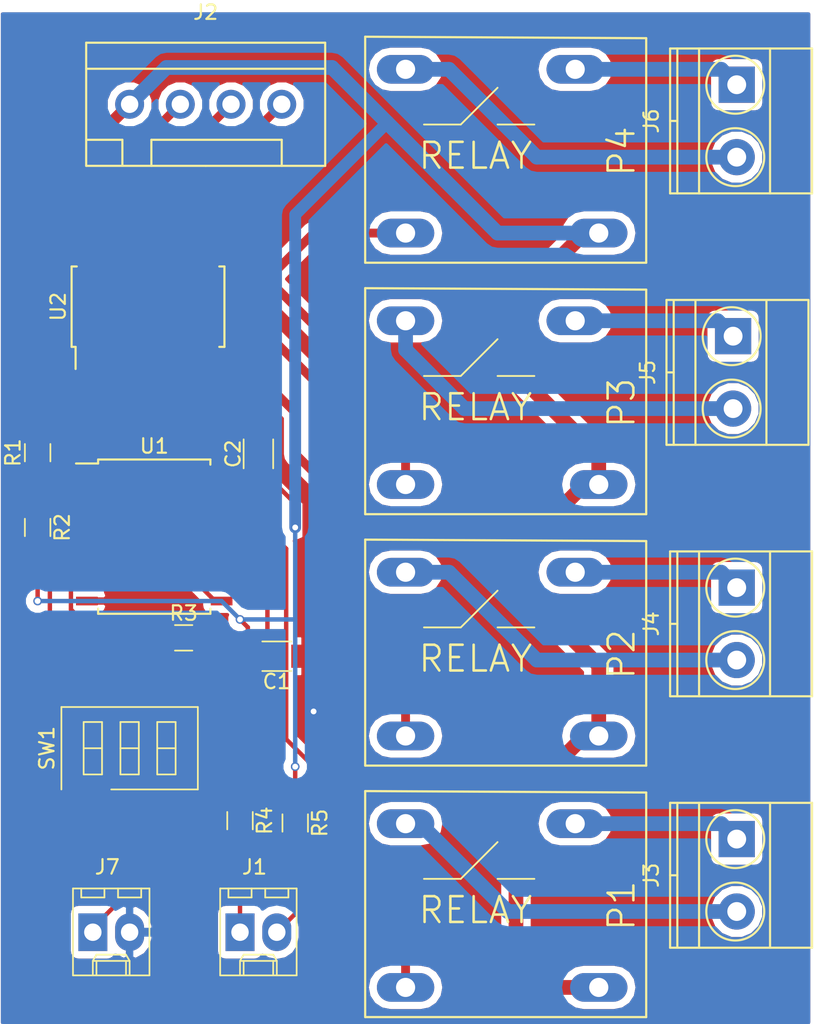
<source format=kicad_pcb>
(kicad_pcb (version 4) (host pcbnew 4.0.7-e2-6376~61~ubuntu18.04.1)

  (general
    (links 52)
    (no_connects 24)
    (area 125.545 37.125 197.385715 117.000001)
    (thickness 1.6)
    (drawings 0)
    (tracks 197)
    (zones 0)
    (modules 21)
    (nets 33)
  )

  (page A4)
  (title_block
    (date "sam. 04 avril 2015")
  )

  (layers
    (0 F.Cu signal)
    (31 B.Cu signal)
    (32 B.Adhes user)
    (33 F.Adhes user)
    (34 B.Paste user)
    (35 F.Paste user)
    (36 B.SilkS user)
    (37 F.SilkS user)
    (38 B.Mask user)
    (39 F.Mask user)
    (40 Dwgs.User user)
    (41 Cmts.User user)
    (42 Eco1.User user)
    (43 Eco2.User user)
    (44 Edge.Cuts user)
    (45 Margin user)
    (46 B.CrtYd user)
    (47 F.CrtYd user)
    (48 B.Fab user)
    (49 F.Fab user)
  )

  (setup
    (last_trace_width 0.6096)
    (user_trace_width 0.1524)
    (user_trace_width 0.3048)
    (user_trace_width 0.6096)
    (user_trace_width 0.8128)
    (user_trace_width 1.016)
    (user_trace_width 1.6256)
    (trace_clearance 0.2)
    (zone_clearance 0.508)
    (zone_45_only no)
    (trace_min 0.1524)
    (segment_width 0.15)
    (edge_width 0.1)
    (via_size 0.6)
    (via_drill 0.4)
    (via_min_size 0.4)
    (via_min_drill 0.3)
    (uvia_size 0.3)
    (uvia_drill 0.1)
    (uvias_allowed no)
    (uvia_min_size 0)
    (uvia_min_drill 0)
    (pcb_text_width 0.3)
    (pcb_text_size 1.5 1.5)
    (mod_edge_width 0.15)
    (mod_text_size 1 1)
    (mod_text_width 0.15)
    (pad_size 1.5 1.5)
    (pad_drill 0.6)
    (pad_to_mask_clearance 0)
    (aux_axis_origin 137.16 114.3)
    (visible_elements FFFFFF7F)
    (pcbplotparams
      (layerselection 0x00030_80000001)
      (usegerberextensions false)
      (excludeedgelayer true)
      (linewidth 0.100000)
      (plotframeref false)
      (viasonmask false)
      (mode 1)
      (useauxorigin false)
      (hpglpennumber 1)
      (hpglpenspeed 20)
      (hpglpendiameter 15)
      (hpglpenoverlay 2)
      (psnegative false)
      (psa4output false)
      (plotreference true)
      (plotvalue true)
      (plotinvisibletext false)
      (padsonsilk false)
      (subtractmaskfromsilk false)
      (outputformat 1)
      (mirror false)
      (drillshape 1)
      (scaleselection 1)
      (outputdirectory ""))
  )

  (net 0 "")
  (net 1 "Net-(U1-Pad4)")
  (net 2 "Net-(U1-Pad5)")
  (net 3 "Net-(U1-Pad6)")
  (net 4 "Net-(U1-Pad7)")
  (net 5 "Net-(U1-Pad9)")
  (net 6 "Net-(U1-Pad10)")
  (net 7 "Net-(U1-Pad11)")
  (net 8 "Net-(U1-Pad12)")
  (net 9 "Net-(U1-Pad13)")
  (net 10 "Net-(U2-Pad9)")
  (net 11 "Net-(J1-Pad1)")
  (net 12 "Net-(J1-Pad2)")
  (net 13 "Net-(J2-Pad2)")
  (net 14 "Net-(J2-Pad3)")
  (net 15 "Net-(J2-Pad4)")
  (net 16 "Net-(J3-Pad1)")
  (net 17 "Net-(J3-Pad2)")
  (net 18 "Net-(J4-Pad1)")
  (net 19 "Net-(J4-Pad2)")
  (net 20 "Net-(J5-Pad1)")
  (net 21 "Net-(J5-Pad2)")
  (net 22 "Net-(J6-Pad1)")
  (net 23 "Net-(J6-Pad2)")
  (net 24 "Net-(P1-Pad1)")
  (net 25 +VSW)
  (net 26 "Net-(P2-Pad1)")
  (net 27 "Net-(P3-Pad1)")
  (net 28 "Net-(R1-Pad1)")
  (net 29 "Net-(R2-Pad1)")
  (net 30 "Net-(R3-Pad1)")
  (net 31 GND)
  (net 32 "Net-(P4-Pad1)")

  (net_class Default "This is the default net class."
    (clearance 0.2)
    (trace_width 0.25)
    (via_dia 0.6)
    (via_drill 0.4)
    (uvia_dia 0.3)
    (uvia_drill 0.1)
    (add_net +VSW)
    (add_net GND)
    (add_net "Net-(J1-Pad1)")
    (add_net "Net-(J1-Pad2)")
    (add_net "Net-(J2-Pad2)")
    (add_net "Net-(J2-Pad3)")
    (add_net "Net-(J2-Pad4)")
    (add_net "Net-(J3-Pad1)")
    (add_net "Net-(J3-Pad2)")
    (add_net "Net-(J4-Pad1)")
    (add_net "Net-(J4-Pad2)")
    (add_net "Net-(J5-Pad1)")
    (add_net "Net-(J5-Pad2)")
    (add_net "Net-(J6-Pad1)")
    (add_net "Net-(J6-Pad2)")
    (add_net "Net-(P1-Pad1)")
    (add_net "Net-(P2-Pad1)")
    (add_net "Net-(P3-Pad1)")
    (add_net "Net-(P4-Pad1)")
    (add_net "Net-(R1-Pad1)")
    (add_net "Net-(R2-Pad1)")
    (add_net "Net-(R3-Pad1)")
    (add_net "Net-(U1-Pad10)")
    (add_net "Net-(U1-Pad11)")
    (add_net "Net-(U1-Pad12)")
    (add_net "Net-(U1-Pad13)")
    (add_net "Net-(U1-Pad4)")
    (add_net "Net-(U1-Pad5)")
    (add_net "Net-(U1-Pad6)")
    (add_net "Net-(U1-Pad7)")
    (add_net "Net-(U1-Pad9)")
    (add_net "Net-(U2-Pad9)")
  )

  (module Housings_SOIC:SOIC-16W_7.5x10.3mm_Pitch1.27mm (layer F.Cu) (tedit 58CC8F64) (tstamp 5B3F477D)
    (at 28.37 52.705)
    (descr "16-Lead Plastic Small Outline (SO) - Wide, 7.50 mm Body [SOIC] (see Microchip Packaging Specification 00000049BS.pdf)")
    (tags "SOIC 1.27")
    (path /5B3DF605)
    (attr smd)
    (fp_text reference U1 (at 0 -6.25) (layer F.SilkS)
      (effects (font (size 1 1) (thickness 0.15)))
    )
    (fp_text value PCF8574 (at 0 6.25) (layer F.Fab)
      (effects (font (size 1 1) (thickness 0.15)))
    )
    (fp_text user %R (at 0 0) (layer F.Fab)
      (effects (font (size 1 1) (thickness 0.15)))
    )
    (fp_line (start -2.75 -5.15) (end 3.75 -5.15) (layer F.Fab) (width 0.15))
    (fp_line (start 3.75 -5.15) (end 3.75 5.15) (layer F.Fab) (width 0.15))
    (fp_line (start 3.75 5.15) (end -3.75 5.15) (layer F.Fab) (width 0.15))
    (fp_line (start -3.75 5.15) (end -3.75 -4.15) (layer F.Fab) (width 0.15))
    (fp_line (start -3.75 -4.15) (end -2.75 -5.15) (layer F.Fab) (width 0.15))
    (fp_line (start -5.65 -5.5) (end -5.65 5.5) (layer F.CrtYd) (width 0.05))
    (fp_line (start 5.65 -5.5) (end 5.65 5.5) (layer F.CrtYd) (width 0.05))
    (fp_line (start -5.65 -5.5) (end 5.65 -5.5) (layer F.CrtYd) (width 0.05))
    (fp_line (start -5.65 5.5) (end 5.65 5.5) (layer F.CrtYd) (width 0.05))
    (fp_line (start -3.875 -5.325) (end -3.875 -5.05) (layer F.SilkS) (width 0.15))
    (fp_line (start 3.875 -5.325) (end 3.875 -4.97) (layer F.SilkS) (width 0.15))
    (fp_line (start 3.875 5.325) (end 3.875 4.97) (layer F.SilkS) (width 0.15))
    (fp_line (start -3.875 5.325) (end -3.875 4.97) (layer F.SilkS) (width 0.15))
    (fp_line (start -3.875 -5.325) (end 3.875 -5.325) (layer F.SilkS) (width 0.15))
    (fp_line (start -3.875 5.325) (end 3.875 5.325) (layer F.SilkS) (width 0.15))
    (fp_line (start -3.875 -5.05) (end -5.4 -5.05) (layer F.SilkS) (width 0.15))
    (pad 1 smd rect (at -4.65 -4.445) (size 1.5 0.6) (layers F.Cu F.Paste F.Mask)
      (net 28 "Net-(R1-Pad1)"))
    (pad 2 smd rect (at -4.65 -3.175) (size 1.5 0.6) (layers F.Cu F.Paste F.Mask)
      (net 29 "Net-(R2-Pad1)"))
    (pad 3 smd rect (at -4.65 -1.905) (size 1.5 0.6) (layers F.Cu F.Paste F.Mask)
      (net 30 "Net-(R3-Pad1)"))
    (pad 4 smd rect (at -4.65 -0.635) (size 1.5 0.6) (layers F.Cu F.Paste F.Mask)
      (net 1 "Net-(U1-Pad4)"))
    (pad 5 smd rect (at -4.65 0.635) (size 1.5 0.6) (layers F.Cu F.Paste F.Mask)
      (net 2 "Net-(U1-Pad5)"))
    (pad 6 smd rect (at -4.65 1.905) (size 1.5 0.6) (layers F.Cu F.Paste F.Mask)
      (net 3 "Net-(U1-Pad6)"))
    (pad 7 smd rect (at -4.65 3.175) (size 1.5 0.6) (layers F.Cu F.Paste F.Mask)
      (net 4 "Net-(U1-Pad7)"))
    (pad 8 smd rect (at -4.65 4.445) (size 1.5 0.6) (layers F.Cu F.Paste F.Mask)
      (net 31 GND))
    (pad 9 smd rect (at 4.65 4.445) (size 1.5 0.6) (layers F.Cu F.Paste F.Mask)
      (net 5 "Net-(U1-Pad9)"))
    (pad 10 smd rect (at 4.65 3.175) (size 1.5 0.6) (layers F.Cu F.Paste F.Mask)
      (net 6 "Net-(U1-Pad10)"))
    (pad 11 smd rect (at 4.65 1.905) (size 1.5 0.6) (layers F.Cu F.Paste F.Mask)
      (net 7 "Net-(U1-Pad11)"))
    (pad 12 smd rect (at 4.65 0.635) (size 1.5 0.6) (layers F.Cu F.Paste F.Mask)
      (net 8 "Net-(U1-Pad12)"))
    (pad 13 smd rect (at 4.65 -0.635) (size 1.5 0.6) (layers F.Cu F.Paste F.Mask)
      (net 9 "Net-(U1-Pad13)"))
    (pad 14 smd rect (at 4.65 -1.905) (size 1.5 0.6) (layers F.Cu F.Paste F.Mask)
      (net 11 "Net-(J1-Pad1)"))
    (pad 15 smd rect (at 4.65 -3.175) (size 1.5 0.6) (layers F.Cu F.Paste F.Mask)
      (net 12 "Net-(J1-Pad2)"))
    (pad 16 smd rect (at 4.65 -4.445) (size 1.5 0.6) (layers F.Cu F.Paste F.Mask)
      (net 25 +VSW))
    (model ${KISYS3DMOD}/Housings_SOIC.3dshapes/SOIC-16W_7.5x10.3mm_Pitch1.27mm.wrl
      (at (xyz 0 0 0))
      (scale (xyz 1 1 1))
      (rotate (xyz 0 0 0))
    )
  )

  (module Connectors_Molex:Molex_KK-6410-02_02x2.54mm_Straight (layer F.Cu) (tedit 58EE6EE4) (tstamp 5B5BB77C)
    (at 34.29 80.01)
    (descr "Connector Headers with Friction Lock, 22-27-2021, http://www.molex.com/pdm_docs/sd/022272021_sd.pdf")
    (tags "connector molex kk_6410 22-27-2021")
    (path /5B4DF7DA)
    (fp_text reference J1 (at 1 -4.5) (layer F.SilkS)
      (effects (font (size 1 1) (thickness 0.15)))
    )
    (fp_text value i2c (at 1.27 4.5) (layer F.Fab)
      (effects (font (size 1 1) (thickness 0.15)))
    )
    (fp_line (start -1.47 -3.12) (end -1.47 3.08) (layer F.Fab) (width 0.12))
    (fp_line (start -1.47 3.08) (end 4.01 3.08) (layer F.Fab) (width 0.12))
    (fp_line (start 4.01 3.08) (end 4.01 -3.12) (layer F.Fab) (width 0.12))
    (fp_line (start 4.01 -3.12) (end -1.47 -3.12) (layer F.Fab) (width 0.12))
    (fp_line (start -1.37 -3.02) (end -1.37 2.98) (layer F.SilkS) (width 0.12))
    (fp_line (start -1.37 2.98) (end 3.91 2.98) (layer F.SilkS) (width 0.12))
    (fp_line (start 3.91 2.98) (end 3.91 -3.02) (layer F.SilkS) (width 0.12))
    (fp_line (start 3.91 -3.02) (end -1.37 -3.02) (layer F.SilkS) (width 0.12))
    (fp_line (start 0 2.98) (end 0 1.98) (layer F.SilkS) (width 0.12))
    (fp_line (start 0 1.98) (end 2.54 1.98) (layer F.SilkS) (width 0.12))
    (fp_line (start 2.54 1.98) (end 2.54 2.98) (layer F.SilkS) (width 0.12))
    (fp_line (start 0 1.98) (end 0.25 1.55) (layer F.SilkS) (width 0.12))
    (fp_line (start 0.25 1.55) (end 2.29 1.55) (layer F.SilkS) (width 0.12))
    (fp_line (start 2.29 1.55) (end 2.54 1.98) (layer F.SilkS) (width 0.12))
    (fp_line (start 0.25 2.98) (end 0.25 1.98) (layer F.SilkS) (width 0.12))
    (fp_line (start 2.29 2.98) (end 2.29 1.98) (layer F.SilkS) (width 0.12))
    (fp_line (start -0.8 -3.02) (end -0.8 -2.4) (layer F.SilkS) (width 0.12))
    (fp_line (start -0.8 -2.4) (end 0.8 -2.4) (layer F.SilkS) (width 0.12))
    (fp_line (start 0.8 -2.4) (end 0.8 -3.02) (layer F.SilkS) (width 0.12))
    (fp_line (start 1.74 -3.02) (end 1.74 -2.4) (layer F.SilkS) (width 0.12))
    (fp_line (start 1.74 -2.4) (end 3.34 -2.4) (layer F.SilkS) (width 0.12))
    (fp_line (start 3.34 -2.4) (end 3.34 -3.02) (layer F.SilkS) (width 0.12))
    (fp_line (start -1.9 3.5) (end -1.9 -3.55) (layer F.CrtYd) (width 0.05))
    (fp_line (start -1.9 -3.55) (end 4.45 -3.55) (layer F.CrtYd) (width 0.05))
    (fp_line (start 4.45 -3.55) (end 4.45 3.5) (layer F.CrtYd) (width 0.05))
    (fp_line (start 4.45 3.5) (end -1.9 3.5) (layer F.CrtYd) (width 0.05))
    (fp_text user %R (at 1.27 0) (layer F.Fab)
      (effects (font (size 1 1) (thickness 0.15)))
    )
    (pad 1 thru_hole rect (at 0 0) (size 2 2.6) (drill 1.2) (layers *.Cu *.Mask)
      (net 11 "Net-(J1-Pad1)"))
    (pad 2 thru_hole oval (at 2.54 0) (size 2 2.6) (drill 1.2) (layers *.Cu *.Mask)
      (net 12 "Net-(J1-Pad2)"))
    (model ${KISYS3DMOD}/Connectors_Molex.3dshapes/Molex_KK-6410-02_02x2.54mm_Straight.wrl
      (at (xyz 0 0 0))
      (scale (xyz 1 1 1))
      (rotate (xyz 0 0 0))
    )
  )

  (module Connectors_WAGO:WAGO_734_4pin_Straight (layer F.Cu) (tedit 0) (tstamp 5B5BB78F)
    (at 31.92018 22.86)
    (descr "WAGO, Serie 734, Socket, Stiftleiste, 4 polig, 4 pin, straight, gerade, Date 05Jul2010,")
    (tags "WAGO, Serie 734, Socket, Stiftleiste, 4 polig, 4 pin, straight, gerade, Date 05Jul2010,")
    (path /5B4E05FE)
    (fp_text reference J2 (at 0 -6.35) (layer F.SilkS)
      (effects (font (size 1 1) (thickness 0.15)))
    )
    (fp_text value ttl_out (at 0 6.35) (layer F.Fab)
      (effects (font (size 1 1) (thickness 0.15)))
    )
    (fp_line (start -8.24992 -2.4511) (end 8.24992 -2.4511) (layer F.SilkS) (width 0.15))
    (fp_line (start 5.25018 4.24942) (end 5.25018 2.4511) (layer F.SilkS) (width 0.15))
    (fp_line (start 5.25018 2.4511) (end -3.74904 2.4511) (layer F.SilkS) (width 0.15))
    (fp_line (start -3.74904 4.24942) (end -3.74904 2.4511) (layer F.SilkS) (width 0.15))
    (fp_line (start -8.24992 2.4511) (end -5.75056 2.4511) (layer F.SilkS) (width 0.15))
    (fp_line (start -5.75056 2.4511) (end -5.75056 4.20116) (layer F.SilkS) (width 0.15))
    (fp_line (start 0 4.24942) (end -8.24992 4.24942) (layer F.SilkS) (width 0.15))
    (fp_line (start -8.24992 4.24942) (end -8.24992 -4.24942) (layer F.SilkS) (width 0.15))
    (fp_line (start -8.24992 -4.24942) (end 8.24992 -4.24942) (layer F.SilkS) (width 0.15))
    (fp_line (start 8.24992 -4.24942) (end 8.24992 4.24942) (layer F.SilkS) (width 0.15))
    (fp_line (start 8.24992 4.24942) (end 0 4.24942) (layer F.SilkS) (width 0.15))
    (pad 2 thru_hole circle (at -1.75006 0) (size 1.99898 1.99898) (drill 1.19888) (layers *.Cu *.Mask)
      (net 13 "Net-(J2-Pad2)"))
    (pad 1 thru_hole circle (at -5.25018 0) (size 1.99898 1.99898) (drill 1.19888) (layers *.Cu *.Mask)
      (net 25 +VSW))
    (pad 3 thru_hole circle (at 1.75006 0) (size 1.99898 1.99898) (drill 1.19888) (layers *.Cu *.Mask)
      (net 14 "Net-(J2-Pad3)"))
    (pad 4 thru_hole circle (at 5.25018 0) (size 1.99898 1.99898) (drill 1.19888) (layers *.Cu *.Mask)
      (net 15 "Net-(J2-Pad4)"))
  )

  (module Connectors_Terminal_Blocks:TerminalBlock_Pheonix_MKDS1.5-2pol (layer F.Cu) (tedit 563007E4) (tstamp 5B5BB7A3)
    (at 68.58 73.579998 270)
    (descr "2-way 5mm pitch terminal block, Phoenix MKDS series")
    (path /5B4DE713)
    (fp_text reference J3 (at 2.5 5.9 270) (layer F.SilkS)
      (effects (font (size 1 1) (thickness 0.15)))
    )
    (fp_text value RSW1 (at 2.5 -3.81 270) (layer F.Fab)
      (effects (font (size 1 1) (thickness 0.15)))
    )
    (fp_line (start -2.7 -5.4) (end 7.7 -5.4) (layer F.CrtYd) (width 0.05))
    (fp_line (start -2.7 4.8) (end -2.7 -5.4) (layer F.CrtYd) (width 0.05))
    (fp_line (start 7.7 4.8) (end -2.7 4.8) (layer F.CrtYd) (width 0.05))
    (fp_line (start 7.7 -5.4) (end 7.7 4.8) (layer F.CrtYd) (width 0.05))
    (fp_line (start 2.5 4.1) (end 2.5 4.6) (layer F.SilkS) (width 0.15))
    (fp_circle (center 5 0.1) (end 3 0.1) (layer F.SilkS) (width 0.15))
    (fp_circle (center 0 0.1) (end 2 0.1) (layer F.SilkS) (width 0.15))
    (fp_line (start -2.5 2.6) (end 7.5 2.6) (layer F.SilkS) (width 0.15))
    (fp_line (start -2.5 -2.3) (end 7.5 -2.3) (layer F.SilkS) (width 0.15))
    (fp_line (start -2.5 4.1) (end 7.5 4.1) (layer F.SilkS) (width 0.15))
    (fp_line (start -2.5 4.6) (end 7.5 4.6) (layer F.SilkS) (width 0.15))
    (fp_line (start 7.5 4.6) (end 7.5 -5.2) (layer F.SilkS) (width 0.15))
    (fp_line (start 7.5 -5.2) (end -2.5 -5.2) (layer F.SilkS) (width 0.15))
    (fp_line (start -2.5 -5.2) (end -2.5 4.6) (layer F.SilkS) (width 0.15))
    (pad 1 thru_hole rect (at 0 0 270) (size 2.5 2.5) (drill 1.3) (layers *.Cu *.Mask)
      (net 16 "Net-(J3-Pad1)"))
    (pad 2 thru_hole circle (at 5 0 270) (size 2.5 2.5) (drill 1.3) (layers *.Cu *.Mask)
      (net 17 "Net-(J3-Pad2)"))
    (model Terminal_Blocks.3dshapes/TerminalBlock_Pheonix_MKDS1.5-2pol.wrl
      (at (xyz 0.0984 0 0))
      (scale (xyz 1 1 1))
      (rotate (xyz 0 0 0))
    )
  )

  (module Connectors_Terminal_Blocks:TerminalBlock_Pheonix_MKDS1.5-2pol (layer F.Cu) (tedit 563007E4) (tstamp 5B5BB7B7)
    (at 68.58 56.223332 270)
    (descr "2-way 5mm pitch terminal block, Phoenix MKDS series")
    (path /5B4DE94C)
    (fp_text reference J4 (at 2.5 5.9 270) (layer F.SilkS)
      (effects (font (size 1 1) (thickness 0.15)))
    )
    (fp_text value RSW2 (at 2.5 -3.81 270) (layer F.Fab)
      (effects (font (size 1 1) (thickness 0.15)))
    )
    (fp_line (start -2.7 -5.4) (end 7.7 -5.4) (layer F.CrtYd) (width 0.05))
    (fp_line (start -2.7 4.8) (end -2.7 -5.4) (layer F.CrtYd) (width 0.05))
    (fp_line (start 7.7 4.8) (end -2.7 4.8) (layer F.CrtYd) (width 0.05))
    (fp_line (start 7.7 -5.4) (end 7.7 4.8) (layer F.CrtYd) (width 0.05))
    (fp_line (start 2.5 4.1) (end 2.5 4.6) (layer F.SilkS) (width 0.15))
    (fp_circle (center 5 0.1) (end 3 0.1) (layer F.SilkS) (width 0.15))
    (fp_circle (center 0 0.1) (end 2 0.1) (layer F.SilkS) (width 0.15))
    (fp_line (start -2.5 2.6) (end 7.5 2.6) (layer F.SilkS) (width 0.15))
    (fp_line (start -2.5 -2.3) (end 7.5 -2.3) (layer F.SilkS) (width 0.15))
    (fp_line (start -2.5 4.1) (end 7.5 4.1) (layer F.SilkS) (width 0.15))
    (fp_line (start -2.5 4.6) (end 7.5 4.6) (layer F.SilkS) (width 0.15))
    (fp_line (start 7.5 4.6) (end 7.5 -5.2) (layer F.SilkS) (width 0.15))
    (fp_line (start 7.5 -5.2) (end -2.5 -5.2) (layer F.SilkS) (width 0.15))
    (fp_line (start -2.5 -5.2) (end -2.5 4.6) (layer F.SilkS) (width 0.15))
    (pad 1 thru_hole rect (at 0 0 270) (size 2.5 2.5) (drill 1.3) (layers *.Cu *.Mask)
      (net 18 "Net-(J4-Pad1)"))
    (pad 2 thru_hole circle (at 5 0 270) (size 2.5 2.5) (drill 1.3) (layers *.Cu *.Mask)
      (net 19 "Net-(J4-Pad2)"))
    (model Terminal_Blocks.3dshapes/TerminalBlock_Pheonix_MKDS1.5-2pol.wrl
      (at (xyz 0.0984 0 0))
      (scale (xyz 1 1 1))
      (rotate (xyz 0 0 0))
    )
  )

  (module Connectors_Terminal_Blocks:TerminalBlock_Pheonix_MKDS1.5-2pol (layer F.Cu) (tedit 563007E4) (tstamp 5B5BB7CB)
    (at 68.33 38.866666 270)
    (descr "2-way 5mm pitch terminal block, Phoenix MKDS series")
    (path /5B4DEA4C)
    (fp_text reference J5 (at 2.5 5.9 270) (layer F.SilkS)
      (effects (font (size 1 1) (thickness 0.15)))
    )
    (fp_text value RSW3 (at 3.043334 -4.06 270) (layer F.Fab)
      (effects (font (size 1 1) (thickness 0.15)))
    )
    (fp_line (start -2.7 -5.4) (end 7.7 -5.4) (layer F.CrtYd) (width 0.05))
    (fp_line (start -2.7 4.8) (end -2.7 -5.4) (layer F.CrtYd) (width 0.05))
    (fp_line (start 7.7 4.8) (end -2.7 4.8) (layer F.CrtYd) (width 0.05))
    (fp_line (start 7.7 -5.4) (end 7.7 4.8) (layer F.CrtYd) (width 0.05))
    (fp_line (start 2.5 4.1) (end 2.5 4.6) (layer F.SilkS) (width 0.15))
    (fp_circle (center 5 0.1) (end 3 0.1) (layer F.SilkS) (width 0.15))
    (fp_circle (center 0 0.1) (end 2 0.1) (layer F.SilkS) (width 0.15))
    (fp_line (start -2.5 2.6) (end 7.5 2.6) (layer F.SilkS) (width 0.15))
    (fp_line (start -2.5 -2.3) (end 7.5 -2.3) (layer F.SilkS) (width 0.15))
    (fp_line (start -2.5 4.1) (end 7.5 4.1) (layer F.SilkS) (width 0.15))
    (fp_line (start -2.5 4.6) (end 7.5 4.6) (layer F.SilkS) (width 0.15))
    (fp_line (start 7.5 4.6) (end 7.5 -5.2) (layer F.SilkS) (width 0.15))
    (fp_line (start 7.5 -5.2) (end -2.5 -5.2) (layer F.SilkS) (width 0.15))
    (fp_line (start -2.5 -5.2) (end -2.5 4.6) (layer F.SilkS) (width 0.15))
    (pad 1 thru_hole rect (at 0 0 270) (size 2.5 2.5) (drill 1.3) (layers *.Cu *.Mask)
      (net 20 "Net-(J5-Pad1)"))
    (pad 2 thru_hole circle (at 5 0 270) (size 2.5 2.5) (drill 1.3) (layers *.Cu *.Mask)
      (net 21 "Net-(J5-Pad2)"))
    (model Terminal_Blocks.3dshapes/TerminalBlock_Pheonix_MKDS1.5-2pol.wrl
      (at (xyz 0.0984 0 0))
      (scale (xyz 1 1 1))
      (rotate (xyz 0 0 0))
    )
  )

  (module Connectors_Terminal_Blocks:TerminalBlock_Pheonix_MKDS1.5-2pol (layer F.Cu) (tedit 563007E4) (tstamp 5B5BB7DF)
    (at 68.58 21.51 270)
    (descr "2-way 5mm pitch terminal block, Phoenix MKDS series")
    (path /5B4DEB3A)
    (fp_text reference J6 (at 2.5 5.9 270) (layer F.SilkS)
      (effects (font (size 1 1) (thickness 0.15)))
    )
    (fp_text value RSW4 (at 2.5 -3.81 270) (layer F.Fab)
      (effects (font (size 1 1) (thickness 0.15)))
    )
    (fp_line (start -2.7 -5.4) (end 7.7 -5.4) (layer F.CrtYd) (width 0.05))
    (fp_line (start -2.7 4.8) (end -2.7 -5.4) (layer F.CrtYd) (width 0.05))
    (fp_line (start 7.7 4.8) (end -2.7 4.8) (layer F.CrtYd) (width 0.05))
    (fp_line (start 7.7 -5.4) (end 7.7 4.8) (layer F.CrtYd) (width 0.05))
    (fp_line (start 2.5 4.1) (end 2.5 4.6) (layer F.SilkS) (width 0.15))
    (fp_circle (center 5 0.1) (end 3 0.1) (layer F.SilkS) (width 0.15))
    (fp_circle (center 0 0.1) (end 2 0.1) (layer F.SilkS) (width 0.15))
    (fp_line (start -2.5 2.6) (end 7.5 2.6) (layer F.SilkS) (width 0.15))
    (fp_line (start -2.5 -2.3) (end 7.5 -2.3) (layer F.SilkS) (width 0.15))
    (fp_line (start -2.5 4.1) (end 7.5 4.1) (layer F.SilkS) (width 0.15))
    (fp_line (start -2.5 4.6) (end 7.5 4.6) (layer F.SilkS) (width 0.15))
    (fp_line (start 7.5 4.6) (end 7.5 -5.2) (layer F.SilkS) (width 0.15))
    (fp_line (start 7.5 -5.2) (end -2.5 -5.2) (layer F.SilkS) (width 0.15))
    (fp_line (start -2.5 -5.2) (end -2.5 4.6) (layer F.SilkS) (width 0.15))
    (pad 1 thru_hole rect (at 0 0 270) (size 2.5 2.5) (drill 1.3) (layers *.Cu *.Mask)
      (net 22 "Net-(J6-Pad1)"))
    (pad 2 thru_hole circle (at 5 0 270) (size 2.5 2.5) (drill 1.3) (layers *.Cu *.Mask)
      (net 23 "Net-(J6-Pad2)"))
    (model Terminal_Blocks.3dshapes/TerminalBlock_Pheonix_MKDS1.5-2pol.wrl
      (at (xyz 0.0984 0 0))
      (scale (xyz 1 1 1))
      (rotate (xyz 0 0 0))
    )
  )

  (module mih-library:Relay-841-1A (layer F.Cu) (tedit 200000) (tstamp 5B5BB7EE)
    (at 49.53 78.866998)
    (descr RELAY)
    (tags RELAY)
    (path /5B4DDE77)
    (attr virtual)
    (fp_text reference P1 (at 11.1 -0.6858 90) (layer F.SilkS)
      (effects (font (size 1.778 1.778) (thickness 0.1778)))
    )
    (fp_text value RELAY (at 1.016 -0.381 180) (layer F.SilkS)
      (effects (font (size 1.778 1.778) (thickness 0.1778)))
    )
    (fp_line (start -6.6 7) (end 12.8 7) (layer F.SilkS) (width 0.1524))
    (fp_line (start 12.8 -8.5) (end 12.8 7) (layer F.SilkS) (width 0.1524))
    (fp_line (start 12.8 -8.5) (end -6.6 -8.6) (layer F.SilkS) (width 0.1524))
    (fp_line (start -6.6 7) (end -6.6 -8.6) (layer F.SilkS) (width 0.1524))
    (fp_line (start -2.54 -2.54) (end 0 -2.54) (layer F.SilkS) (width 0.127))
    (fp_line (start 0 -2.54) (end 2.54 -5.08) (layer F.SilkS) (width 0.127))
    (fp_line (start 2.54 -2.54) (end 5.08 -2.54) (layer F.SilkS) (width 0.127))
    (pad 1 thru_hole oval (at -3.81 4.953 90) (size 1.9812 3.9624) (drill 1.3208) (layers *.Cu *.Paste *.Mask)
      (net 24 "Net-(P1-Pad1)"))
    (pad 2 thru_hole oval (at 9.525 4.953 90) (size 1.9812 3.9624) (drill 1.3208) (layers *.Cu *.Paste *.Mask)
      (net 25 +VSW))
    (pad 3 thru_hole oval (at -3.81 -6.35 270) (size 1.9812 3.9624) (drill 1.3208) (layers *.Cu *.Paste *.Mask)
      (net 17 "Net-(J3-Pad2)"))
    (pad 4 thru_hole oval (at 7.9 -6.35 90) (size 1.9812 3.9624) (drill 1.3208) (layers *.Cu *.Paste *.Mask)
      (net 16 "Net-(J3-Pad1)"))
    (model /home/mih/develop/pcb/models3d/relay-831-1.wrl
      (at (xyz 0.4037 -0.2037 0))
      (scale (xyz 0.3937 0.3937 0.3937))
      (rotate (xyz 0 0 180))
    )
  )

  (module mih-library:Relay-841-1A (layer F.Cu) (tedit 200000) (tstamp 5B5BB7FD)
    (at 49.53 61.510332)
    (descr RELAY)
    (tags RELAY)
    (path /5B4DE0F9)
    (attr virtual)
    (fp_text reference P2 (at 11.1 -0.6858 90) (layer F.SilkS)
      (effects (font (size 1.778 1.778) (thickness 0.1778)))
    )
    (fp_text value RELAY (at 1.016 -0.381 180) (layer F.SilkS)
      (effects (font (size 1.778 1.778) (thickness 0.1778)))
    )
    (fp_line (start -6.6 7) (end 12.8 7) (layer F.SilkS) (width 0.1524))
    (fp_line (start 12.8 -8.5) (end 12.8 7) (layer F.SilkS) (width 0.1524))
    (fp_line (start 12.8 -8.5) (end -6.6 -8.6) (layer F.SilkS) (width 0.1524))
    (fp_line (start -6.6 7) (end -6.6 -8.6) (layer F.SilkS) (width 0.1524))
    (fp_line (start -2.54 -2.54) (end 0 -2.54) (layer F.SilkS) (width 0.127))
    (fp_line (start 0 -2.54) (end 2.54 -5.08) (layer F.SilkS) (width 0.127))
    (fp_line (start 2.54 -2.54) (end 5.08 -2.54) (layer F.SilkS) (width 0.127))
    (pad 1 thru_hole oval (at -3.81 4.953 90) (size 1.9812 3.9624) (drill 1.3208) (layers *.Cu *.Paste *.Mask)
      (net 26 "Net-(P2-Pad1)"))
    (pad 2 thru_hole oval (at 9.525 4.953 90) (size 1.9812 3.9624) (drill 1.3208) (layers *.Cu *.Paste *.Mask)
      (net 25 +VSW))
    (pad 3 thru_hole oval (at -3.81 -6.35 270) (size 1.9812 3.9624) (drill 1.3208) (layers *.Cu *.Paste *.Mask)
      (net 19 "Net-(J4-Pad2)"))
    (pad 4 thru_hole oval (at 7.9 -6.35 90) (size 1.9812 3.9624) (drill 1.3208) (layers *.Cu *.Paste *.Mask)
      (net 18 "Net-(J4-Pad1)"))
    (model /home/mih/develop/pcb/models3d/relay-831-1.wrl
      (at (xyz 0.4037 -0.2037 0))
      (scale (xyz 0.3937 0.3937 0.3937))
      (rotate (xyz 0 0 180))
    )
  )

  (module mih-library:Relay-841-1A (layer F.Cu) (tedit 200000) (tstamp 5B5BB80C)
    (at 49.53 44.153666)
    (descr RELAY)
    (tags RELAY)
    (path /5B4DE1EB)
    (attr virtual)
    (fp_text reference P3 (at 11.1 -0.6858 90) (layer F.SilkS)
      (effects (font (size 1.778 1.778) (thickness 0.1778)))
    )
    (fp_text value RELAY (at 1.016 -0.381 180) (layer F.SilkS)
      (effects (font (size 1.778 1.778) (thickness 0.1778)))
    )
    (fp_line (start -6.6 7) (end 12.8 7) (layer F.SilkS) (width 0.1524))
    (fp_line (start 12.8 -8.5) (end 12.8 7) (layer F.SilkS) (width 0.1524))
    (fp_line (start 12.8 -8.5) (end -6.6 -8.6) (layer F.SilkS) (width 0.1524))
    (fp_line (start -6.6 7) (end -6.6 -8.6) (layer F.SilkS) (width 0.1524))
    (fp_line (start -2.54 -2.54) (end 0 -2.54) (layer F.SilkS) (width 0.127))
    (fp_line (start 0 -2.54) (end 2.54 -5.08) (layer F.SilkS) (width 0.127))
    (fp_line (start 2.54 -2.54) (end 5.08 -2.54) (layer F.SilkS) (width 0.127))
    (pad 1 thru_hole oval (at -3.81 4.953 90) (size 1.9812 3.9624) (drill 1.3208) (layers *.Cu *.Paste *.Mask)
      (net 27 "Net-(P3-Pad1)"))
    (pad 2 thru_hole oval (at 9.525 4.953 90) (size 1.9812 3.9624) (drill 1.3208) (layers *.Cu *.Paste *.Mask)
      (net 25 +VSW))
    (pad 3 thru_hole oval (at -3.81 -6.35 270) (size 1.9812 3.9624) (drill 1.3208) (layers *.Cu *.Paste *.Mask)
      (net 21 "Net-(J5-Pad2)"))
    (pad 4 thru_hole oval (at 7.9 -6.35 90) (size 1.9812 3.9624) (drill 1.3208) (layers *.Cu *.Paste *.Mask)
      (net 20 "Net-(J5-Pad1)"))
    (model /home/mih/develop/pcb/models3d/relay-831-1.wrl
      (at (xyz 0.4037 -0.2037 0))
      (scale (xyz 0.3937 0.3937 0.3937))
      (rotate (xyz 0 0 180))
    )
  )

  (module mih-library:Relay-841-1A (layer F.Cu) (tedit 200000) (tstamp 5B5BB81B)
    (at 49.53 26.797)
    (descr RELAY)
    (tags RELAY)
    (path /5B4DE1F1)
    (attr virtual)
    (fp_text reference P4 (at 11.1 -0.6858 90) (layer F.SilkS)
      (effects (font (size 1.778 1.778) (thickness 0.1778)))
    )
    (fp_text value RELAY (at 1.016 -0.381 180) (layer F.SilkS)
      (effects (font (size 1.778 1.778) (thickness 0.1778)))
    )
    (fp_line (start -6.6 7) (end 12.8 7) (layer F.SilkS) (width 0.1524))
    (fp_line (start 12.8 -8.5) (end 12.8 7) (layer F.SilkS) (width 0.1524))
    (fp_line (start 12.8 -8.5) (end -6.6 -8.6) (layer F.SilkS) (width 0.1524))
    (fp_line (start -6.6 7) (end -6.6 -8.6) (layer F.SilkS) (width 0.1524))
    (fp_line (start -2.54 -2.54) (end 0 -2.54) (layer F.SilkS) (width 0.127))
    (fp_line (start 0 -2.54) (end 2.54 -5.08) (layer F.SilkS) (width 0.127))
    (fp_line (start 2.54 -2.54) (end 5.08 -2.54) (layer F.SilkS) (width 0.127))
    (pad 1 thru_hole oval (at -3.81 4.953 90) (size 1.9812 3.9624) (drill 1.3208) (layers *.Cu *.Paste *.Mask)
      (net 32 "Net-(P4-Pad1)"))
    (pad 2 thru_hole oval (at 9.525 4.953 90) (size 1.9812 3.9624) (drill 1.3208) (layers *.Cu *.Paste *.Mask)
      (net 25 +VSW))
    (pad 3 thru_hole oval (at -3.81 -6.35 270) (size 1.9812 3.9624) (drill 1.3208) (layers *.Cu *.Paste *.Mask)
      (net 23 "Net-(J6-Pad2)"))
    (pad 4 thru_hole oval (at 7.9 -6.35 90) (size 1.9812 3.9624) (drill 1.3208) (layers *.Cu *.Paste *.Mask)
      (net 22 "Net-(J6-Pad1)"))
    (model /home/mih/develop/pcb/models3d/relay-831-1.wrl
      (at (xyz 0.4037 -0.2037 0))
      (scale (xyz 0.3937 0.3937 0.3937))
      (rotate (xyz 0 0 180))
    )
  )

  (module Resistors_SMD:R_0805_HandSoldering (layer F.Cu) (tedit 58E0A804) (tstamp 5B5BB82C)
    (at 20.32 46.91 90)
    (descr "Resistor SMD 0805, hand soldering")
    (tags "resistor 0805")
    (path /5B4DF180)
    (attr smd)
    (fp_text reference R1 (at 0 -1.7 90) (layer F.SilkS)
      (effects (font (size 1 1) (thickness 0.15)))
    )
    (fp_text value R (at 0 1.75 90) (layer F.Fab)
      (effects (font (size 1 1) (thickness 0.15)))
    )
    (fp_text user %R (at 1.35 0 90) (layer F.Fab)
      (effects (font (size 0.5 0.5) (thickness 0.075)))
    )
    (fp_line (start -1 0.62) (end -1 -0.62) (layer F.Fab) (width 0.1))
    (fp_line (start 1 0.62) (end -1 0.62) (layer F.Fab) (width 0.1))
    (fp_line (start 1 -0.62) (end 1 0.62) (layer F.Fab) (width 0.1))
    (fp_line (start -1 -0.62) (end 1 -0.62) (layer F.Fab) (width 0.1))
    (fp_line (start 0.6 0.88) (end -0.6 0.88) (layer F.SilkS) (width 0.12))
    (fp_line (start -0.6 -0.88) (end 0.6 -0.88) (layer F.SilkS) (width 0.12))
    (fp_line (start -2.35 -0.9) (end 2.35 -0.9) (layer F.CrtYd) (width 0.05))
    (fp_line (start -2.35 -0.9) (end -2.35 0.9) (layer F.CrtYd) (width 0.05))
    (fp_line (start 2.35 0.9) (end 2.35 -0.9) (layer F.CrtYd) (width 0.05))
    (fp_line (start 2.35 0.9) (end -2.35 0.9) (layer F.CrtYd) (width 0.05))
    (pad 1 smd rect (at -1.35 0 90) (size 1.5 1.3) (layers F.Cu F.Paste F.Mask)
      (net 28 "Net-(R1-Pad1)"))
    (pad 2 smd rect (at 1.35 0 90) (size 1.5 1.3) (layers F.Cu F.Paste F.Mask)
      (net 25 +VSW))
    (model ${KISYS3DMOD}/Resistors_SMD.3dshapes/R_0805.wrl
      (at (xyz 0 0 0))
      (scale (xyz 1 1 1))
      (rotate (xyz 0 0 0))
    )
  )

  (module Resistors_SMD:R_0805_HandSoldering (layer F.Cu) (tedit 58E0A804) (tstamp 5B5BB83D)
    (at 20.32 52.07 270)
    (descr "Resistor SMD 0805, hand soldering")
    (tags "resistor 0805")
    (path /5B4DF2E9)
    (attr smd)
    (fp_text reference R2 (at 0 -1.7 270) (layer F.SilkS)
      (effects (font (size 1 1) (thickness 0.15)))
    )
    (fp_text value R (at 0 1.75 270) (layer F.Fab)
      (effects (font (size 1 1) (thickness 0.15)))
    )
    (fp_text user %R (at 0 0 270) (layer F.Fab)
      (effects (font (size 0.5 0.5) (thickness 0.075)))
    )
    (fp_line (start -1 0.62) (end -1 -0.62) (layer F.Fab) (width 0.1))
    (fp_line (start 1 0.62) (end -1 0.62) (layer F.Fab) (width 0.1))
    (fp_line (start 1 -0.62) (end 1 0.62) (layer F.Fab) (width 0.1))
    (fp_line (start -1 -0.62) (end 1 -0.62) (layer F.Fab) (width 0.1))
    (fp_line (start 0.6 0.88) (end -0.6 0.88) (layer F.SilkS) (width 0.12))
    (fp_line (start -0.6 -0.88) (end 0.6 -0.88) (layer F.SilkS) (width 0.12))
    (fp_line (start -2.35 -0.9) (end 2.35 -0.9) (layer F.CrtYd) (width 0.05))
    (fp_line (start -2.35 -0.9) (end -2.35 0.9) (layer F.CrtYd) (width 0.05))
    (fp_line (start 2.35 0.9) (end 2.35 -0.9) (layer F.CrtYd) (width 0.05))
    (fp_line (start 2.35 0.9) (end -2.35 0.9) (layer F.CrtYd) (width 0.05))
    (pad 1 smd rect (at -1.35 0 270) (size 1.5 1.3) (layers F.Cu F.Paste F.Mask)
      (net 29 "Net-(R2-Pad1)"))
    (pad 2 smd rect (at 1.35 0 270) (size 1.5 1.3) (layers F.Cu F.Paste F.Mask)
      (net 25 +VSW))
    (model ${KISYS3DMOD}/Resistors_SMD.3dshapes/R_0805.wrl
      (at (xyz 0 0 0))
      (scale (xyz 1 1 1))
      (rotate (xyz 0 0 0))
    )
  )

  (module Resistors_SMD:R_0805_HandSoldering (layer F.Cu) (tedit 58E0A804) (tstamp 5B5BB84E)
    (at 30.4 59.69)
    (descr "Resistor SMD 0805, hand soldering")
    (tags "resistor 0805")
    (path /5B4DF33F)
    (attr smd)
    (fp_text reference R3 (at 0 -1.7) (layer F.SilkS)
      (effects (font (size 1 1) (thickness 0.15)))
    )
    (fp_text value R (at 0 1.75) (layer F.Fab)
      (effects (font (size 1 1) (thickness 0.15)))
    )
    (fp_text user %R (at 0 0) (layer F.Fab)
      (effects (font (size 0.5 0.5) (thickness 0.075)))
    )
    (fp_line (start -1 0.62) (end -1 -0.62) (layer F.Fab) (width 0.1))
    (fp_line (start 1 0.62) (end -1 0.62) (layer F.Fab) (width 0.1))
    (fp_line (start 1 -0.62) (end 1 0.62) (layer F.Fab) (width 0.1))
    (fp_line (start -1 -0.62) (end 1 -0.62) (layer F.Fab) (width 0.1))
    (fp_line (start 0.6 0.88) (end -0.6 0.88) (layer F.SilkS) (width 0.12))
    (fp_line (start -0.6 -0.88) (end 0.6 -0.88) (layer F.SilkS) (width 0.12))
    (fp_line (start -2.35 -0.9) (end 2.35 -0.9) (layer F.CrtYd) (width 0.05))
    (fp_line (start -2.35 -0.9) (end -2.35 0.9) (layer F.CrtYd) (width 0.05))
    (fp_line (start 2.35 0.9) (end 2.35 -0.9) (layer F.CrtYd) (width 0.05))
    (fp_line (start 2.35 0.9) (end -2.35 0.9) (layer F.CrtYd) (width 0.05))
    (pad 1 smd rect (at -1.35 0) (size 1.5 1.3) (layers F.Cu F.Paste F.Mask)
      (net 30 "Net-(R3-Pad1)"))
    (pad 2 smd rect (at 1.35 0) (size 1.5 1.3) (layers F.Cu F.Paste F.Mask)
      (net 25 +VSW))
    (model ${KISYS3DMOD}/Resistors_SMD.3dshapes/R_0805.wrl
      (at (xyz 0 0 0))
      (scale (xyz 1 1 1))
      (rotate (xyz 0 0 0))
    )
  )

  (module Buttons_Switches_SMD:SW_DIP_x3_W8.61mm_Slide_LowProfile (layer F.Cu) (tedit 586545EC) (tstamp 5B5BB883)
    (at 26.67 67.31 90)
    (descr "3x-dip-switch, Slide, row spacing 8.61 mm (338 mils), SMD, LowProfile")
    (tags "DIP Switch Slide 8.61mm 338mil SMD LowProfile")
    (path /5B4DF104)
    (attr smd)
    (fp_text reference SW1 (at 0 -5.71 90) (layer F.SilkS)
      (effects (font (size 1 1) (thickness 0.15)))
    )
    (fp_text value i2c_addr (at 0 5.71 90) (layer F.Fab)
      (effects (font (size 1 1) (thickness 0.15)))
    )
    (fp_line (start -2.34 -4.59) (end 3.34 -4.59) (layer F.Fab) (width 0.1))
    (fp_line (start 3.34 -4.59) (end 3.34 4.59) (layer F.Fab) (width 0.1))
    (fp_line (start 3.34 4.59) (end -3.34 4.59) (layer F.Fab) (width 0.1))
    (fp_line (start -3.34 4.59) (end -3.34 -3.59) (layer F.Fab) (width 0.1))
    (fp_line (start -3.34 -3.59) (end -2.34 -4.59) (layer F.Fab) (width 0.1))
    (fp_line (start -1.81 -3.175) (end -1.81 -1.905) (layer F.Fab) (width 0.1))
    (fp_line (start -1.81 -1.905) (end 1.81 -1.905) (layer F.Fab) (width 0.1))
    (fp_line (start 1.81 -1.905) (end 1.81 -3.175) (layer F.Fab) (width 0.1))
    (fp_line (start 1.81 -3.175) (end -1.81 -3.175) (layer F.Fab) (width 0.1))
    (fp_line (start 0 -3.175) (end 0 -1.905) (layer F.Fab) (width 0.1))
    (fp_line (start -1.81 -0.635) (end -1.81 0.635) (layer F.Fab) (width 0.1))
    (fp_line (start -1.81 0.635) (end 1.81 0.635) (layer F.Fab) (width 0.1))
    (fp_line (start 1.81 0.635) (end 1.81 -0.635) (layer F.Fab) (width 0.1))
    (fp_line (start 1.81 -0.635) (end -1.81 -0.635) (layer F.Fab) (width 0.1))
    (fp_line (start 0 -0.635) (end 0 0.635) (layer F.Fab) (width 0.1))
    (fp_line (start -1.81 1.905) (end -1.81 3.175) (layer F.Fab) (width 0.1))
    (fp_line (start -1.81 3.175) (end 1.81 3.175) (layer F.Fab) (width 0.1))
    (fp_line (start 1.81 3.175) (end 1.81 1.905) (layer F.Fab) (width 0.1))
    (fp_line (start 1.81 1.905) (end -1.81 1.905) (layer F.Fab) (width 0.1))
    (fp_line (start 0 1.905) (end 0 3.175) (layer F.Fab) (width 0.1))
    (fp_line (start -2.845 -4.71) (end 2.845 -4.71) (layer F.SilkS) (width 0.12))
    (fp_line (start 2.845 -4.71) (end 2.845 4.71) (layer F.SilkS) (width 0.12))
    (fp_line (start 2.845 4.71) (end -2.845 4.71) (layer F.SilkS) (width 0.12))
    (fp_line (start -2.845 4.71) (end -2.845 -1.27) (layer F.SilkS) (width 0.12))
    (fp_line (start -1.81 -3.175) (end -1.81 -1.905) (layer F.SilkS) (width 0.12))
    (fp_line (start -1.81 -1.905) (end 1.81 -1.905) (layer F.SilkS) (width 0.12))
    (fp_line (start 1.81 -1.905) (end 1.81 -3.175) (layer F.SilkS) (width 0.12))
    (fp_line (start 1.81 -3.175) (end -1.81 -3.175) (layer F.SilkS) (width 0.12))
    (fp_line (start 0 -3.175) (end 0 -1.905) (layer F.SilkS) (width 0.12))
    (fp_line (start -1.81 -0.635) (end -1.81 0.635) (layer F.SilkS) (width 0.12))
    (fp_line (start -1.81 0.635) (end 1.81 0.635) (layer F.SilkS) (width 0.12))
    (fp_line (start 1.81 0.635) (end 1.81 -0.635) (layer F.SilkS) (width 0.12))
    (fp_line (start 1.81 -0.635) (end -1.81 -0.635) (layer F.SilkS) (width 0.12))
    (fp_line (start 0 -0.635) (end 0 0.635) (layer F.SilkS) (width 0.12))
    (fp_line (start -1.81 1.905) (end -1.81 3.175) (layer F.SilkS) (width 0.12))
    (fp_line (start -1.81 3.175) (end 1.81 3.175) (layer F.SilkS) (width 0.12))
    (fp_line (start 1.81 3.175) (end 1.81 1.905) (layer F.SilkS) (width 0.12))
    (fp_line (start 1.81 1.905) (end -1.81 1.905) (layer F.SilkS) (width 0.12))
    (fp_line (start 0 1.905) (end 0 3.175) (layer F.SilkS) (width 0.12))
    (fp_line (start -5.8 -5) (end -5.8 5) (layer F.CrtYd) (width 0.05))
    (fp_line (start -5.8 5) (end 5.8 5) (layer F.CrtYd) (width 0.05))
    (fp_line (start 5.8 5) (end 5.8 -5) (layer F.CrtYd) (width 0.05))
    (fp_line (start 5.8 -5) (end -5.8 -5) (layer F.CrtYd) (width 0.05))
    (pad 1 smd rect (at -4.305 -2.54 90) (size 2.44 1.12) (layers F.Cu F.Mask)
      (net 31 GND))
    (pad 4 smd rect (at 4.305 2.54 90) (size 2.44 1.12) (layers F.Cu F.Mask)
      (net 30 "Net-(R3-Pad1)"))
    (pad 2 smd rect (at -4.305 0 90) (size 2.44 1.12) (layers F.Cu F.Mask)
      (net 31 GND))
    (pad 5 smd rect (at 4.305 0 90) (size 2.44 1.12) (layers F.Cu F.Mask)
      (net 29 "Net-(R2-Pad1)"))
    (pad 3 smd rect (at -4.305 2.54 90) (size 2.44 1.12) (layers F.Cu F.Mask)
      (net 31 GND))
    (pad 6 smd rect (at 4.305 -2.54 90) (size 2.44 1.12) (layers F.Cu F.Mask)
      (net 28 "Net-(R1-Pad1)"))
    (model Buttons_Switches.3dshapes/SW_DIP_x3_W8.61mm_Slide_LowProfile.wrl
      (at (xyz 0 0 0))
      (scale (xyz 1 1 1))
      (rotate (xyz 0 0 90))
    )
  )

  (module Housings_SOIC:SOIC-16W_5.3x10.2mm_Pitch1.27mm (layer F.Cu) (tedit 59822E37) (tstamp 5B5BB9C9)
    (at 27.94 36.83 90)
    (descr "16-Lead Plastic Small Outline (SO) - Wide, 5.3 mm Body (http://www.ti.com/lit/ml/msop002a/msop002a.pdf)")
    (tags "SOIC 1.27")
    (path /5B3DF6AE)
    (attr smd)
    (fp_text reference U2 (at 0 -6.2 90) (layer F.SilkS)
      (effects (font (size 1 1) (thickness 0.15)))
    )
    (fp_text value ULN2003 (at 0 6.2 90) (layer F.Fab)
      (effects (font (size 1 1) (thickness 0.15)))
    )
    (fp_text user %R (at 0 0 90) (layer F.Fab)
      (effects (font (size 1 1) (thickness 0.15)))
    )
    (fp_line (start -1.65 -5.1) (end 2.65 -5.1) (layer F.Fab) (width 0.15))
    (fp_line (start 2.65 -5.1) (end 2.65 5.1) (layer F.Fab) (width 0.15))
    (fp_line (start 2.65 5.1) (end -2.65 5.1) (layer F.Fab) (width 0.15))
    (fp_line (start -2.65 5.1) (end -2.65 -4.1) (layer F.Fab) (width 0.15))
    (fp_line (start -2.65 -4.1) (end -1.65 -5.1) (layer F.Fab) (width 0.15))
    (fp_line (start -4.55 -5.45) (end -4.55 5.45) (layer F.CrtYd) (width 0.05))
    (fp_line (start 4.55 -5.45) (end 4.55 5.45) (layer F.CrtYd) (width 0.05))
    (fp_line (start -4.55 -5.45) (end 4.55 -5.45) (layer F.CrtYd) (width 0.05))
    (fp_line (start -4.55 5.45) (end 4.55 5.45) (layer F.CrtYd) (width 0.05))
    (fp_line (start -2.775 -5.275) (end -2.775 -5) (layer F.SilkS) (width 0.15))
    (fp_line (start 2.775 -5.275) (end 2.775 -4.92) (layer F.SilkS) (width 0.15))
    (fp_line (start 2.775 5.275) (end 2.775 4.92) (layer F.SilkS) (width 0.15))
    (fp_line (start -2.775 5.275) (end -2.775 4.92) (layer F.SilkS) (width 0.15))
    (fp_line (start -2.775 -5.275) (end 2.775 -5.275) (layer F.SilkS) (width 0.15))
    (fp_line (start -2.775 5.275) (end 2.775 5.275) (layer F.SilkS) (width 0.15))
    (fp_line (start -2.775 -5) (end -4.3 -5) (layer F.SilkS) (width 0.15))
    (pad 1 smd rect (at -3.55 -4.445 90) (size 1.5 0.6) (layers F.Cu F.Paste F.Mask)
      (net 1 "Net-(U1-Pad4)"))
    (pad 2 smd rect (at -3.55 -3.175 90) (size 1.5 0.6) (layers F.Cu F.Paste F.Mask)
      (net 2 "Net-(U1-Pad5)"))
    (pad 3 smd rect (at -3.55 -1.905 90) (size 1.5 0.6) (layers F.Cu F.Paste F.Mask)
      (net 3 "Net-(U1-Pad6)"))
    (pad 4 smd rect (at -3.55 -0.635 90) (size 1.5 0.6) (layers F.Cu F.Paste F.Mask)
      (net 4 "Net-(U1-Pad7)"))
    (pad 5 smd rect (at -3.55 0.635 90) (size 1.5 0.6) (layers F.Cu F.Paste F.Mask)
      (net 5 "Net-(U1-Pad9)"))
    (pad 6 smd rect (at -3.55 1.905 90) (size 1.5 0.6) (layers F.Cu F.Paste F.Mask)
      (net 6 "Net-(U1-Pad10)"))
    (pad 7 smd rect (at -3.55 3.175 90) (size 1.5 0.6) (layers F.Cu F.Paste F.Mask)
      (net 7 "Net-(U1-Pad11)"))
    (pad 8 smd rect (at -3.55 4.445 90) (size 1.5 0.6) (layers F.Cu F.Paste F.Mask)
      (net 31 GND))
    (pad 9 smd rect (at 3.55 4.445 90) (size 1.5 0.6) (layers F.Cu F.Paste F.Mask)
      (net 10 "Net-(U2-Pad9)"))
    (pad 10 smd rect (at 3.55 3.175 90) (size 1.5 0.6) (layers F.Cu F.Paste F.Mask)
      (net 15 "Net-(J2-Pad4)"))
    (pad 11 smd rect (at 3.55 1.905 90) (size 1.5 0.6) (layers F.Cu F.Paste F.Mask)
      (net 14 "Net-(J2-Pad3)"))
    (pad 12 smd rect (at 3.55 0.635 90) (size 1.5 0.6) (layers F.Cu F.Paste F.Mask)
      (net 13 "Net-(J2-Pad2)"))
    (pad 13 smd rect (at 3.55 -0.635 90) (size 1.5 0.6) (layers F.Cu F.Paste F.Mask)
      (net 32 "Net-(P4-Pad1)"))
    (pad 14 smd rect (at 3.55 -1.905 90) (size 1.5 0.6) (layers F.Cu F.Paste F.Mask)
      (net 27 "Net-(P3-Pad1)"))
    (pad 15 smd rect (at 3.55 -3.175 90) (size 1.5 0.6) (layers F.Cu F.Paste F.Mask)
      (net 26 "Net-(P2-Pad1)"))
    (pad 16 smd rect (at 3.55 -4.445 90) (size 1.5 0.6) (layers F.Cu F.Paste F.Mask)
      (net 24 "Net-(P1-Pad1)"))
    (model ${KISYS3DMOD}/Housings_SOIC.3dshapes/SOIC-16W_5.3x10.2mm_Pitch1.27mm.wrl
      (at (xyz 0 0 0))
      (scale (xyz 1 1 1))
      (rotate (xyz 0 0 0))
    )
  )

  (module Capacitors_SMD:C_1206_HandSoldering (layer F.Cu) (tedit 58AA84D1) (tstamp 5B69A5DC)
    (at 36.83 60.96 180)
    (descr "Capacitor SMD 1206, hand soldering")
    (tags "capacitor 1206")
    (path /5B695A40)
    (attr smd)
    (fp_text reference C1 (at 0 -1.75 180) (layer F.SilkS)
      (effects (font (size 1 1) (thickness 0.15)))
    )
    (fp_text value 0.1 (at 0 2 180) (layer F.Fab)
      (effects (font (size 1 1) (thickness 0.15)))
    )
    (fp_text user %R (at 0 -1.75 180) (layer F.Fab)
      (effects (font (size 1 1) (thickness 0.15)))
    )
    (fp_line (start -1.6 0.8) (end -1.6 -0.8) (layer F.Fab) (width 0.1))
    (fp_line (start 1.6 0.8) (end -1.6 0.8) (layer F.Fab) (width 0.1))
    (fp_line (start 1.6 -0.8) (end 1.6 0.8) (layer F.Fab) (width 0.1))
    (fp_line (start -1.6 -0.8) (end 1.6 -0.8) (layer F.Fab) (width 0.1))
    (fp_line (start 1 -1.02) (end -1 -1.02) (layer F.SilkS) (width 0.12))
    (fp_line (start -1 1.02) (end 1 1.02) (layer F.SilkS) (width 0.12))
    (fp_line (start -3.25 -1.05) (end 3.25 -1.05) (layer F.CrtYd) (width 0.05))
    (fp_line (start -3.25 -1.05) (end -3.25 1.05) (layer F.CrtYd) (width 0.05))
    (fp_line (start 3.25 1.05) (end 3.25 -1.05) (layer F.CrtYd) (width 0.05))
    (fp_line (start 3.25 1.05) (end -3.25 1.05) (layer F.CrtYd) (width 0.05))
    (pad 1 smd rect (at -2 0 180) (size 2 1.6) (layers F.Cu F.Paste F.Mask)
      (net 31 GND))
    (pad 2 smd rect (at 2 0 180) (size 2 1.6) (layers F.Cu F.Paste F.Mask)
      (net 25 +VSW))
    (model Capacitors_SMD.3dshapes/C_1206.wrl
      (at (xyz 0 0 0))
      (scale (xyz 1 1 1))
      (rotate (xyz 0 0 0))
    )
  )

  (module Capacitors_SMD:C_1206_HandSoldering (layer F.Cu) (tedit 58AA84D1) (tstamp 5B69A5ED)
    (at 35.56 46.99 90)
    (descr "Capacitor SMD 1206, hand soldering")
    (tags "capacitor 1206")
    (path /5B6959A1)
    (attr smd)
    (fp_text reference C2 (at 0 -1.75 90) (layer F.SilkS)
      (effects (font (size 1 1) (thickness 0.15)))
    )
    (fp_text value 0.1 (at 0 2 90) (layer F.Fab)
      (effects (font (size 1 1) (thickness 0.15)))
    )
    (fp_text user %R (at 0 -1.75 90) (layer F.Fab)
      (effects (font (size 1 1) (thickness 0.15)))
    )
    (fp_line (start -1.6 0.8) (end -1.6 -0.8) (layer F.Fab) (width 0.1))
    (fp_line (start 1.6 0.8) (end -1.6 0.8) (layer F.Fab) (width 0.1))
    (fp_line (start 1.6 -0.8) (end 1.6 0.8) (layer F.Fab) (width 0.1))
    (fp_line (start -1.6 -0.8) (end 1.6 -0.8) (layer F.Fab) (width 0.1))
    (fp_line (start 1 -1.02) (end -1 -1.02) (layer F.SilkS) (width 0.12))
    (fp_line (start -1 1.02) (end 1 1.02) (layer F.SilkS) (width 0.12))
    (fp_line (start -3.25 -1.05) (end 3.25 -1.05) (layer F.CrtYd) (width 0.05))
    (fp_line (start -3.25 -1.05) (end -3.25 1.05) (layer F.CrtYd) (width 0.05))
    (fp_line (start 3.25 1.05) (end 3.25 -1.05) (layer F.CrtYd) (width 0.05))
    (fp_line (start 3.25 1.05) (end -3.25 1.05) (layer F.CrtYd) (width 0.05))
    (pad 1 smd rect (at -2 0 90) (size 2 1.6) (layers F.Cu F.Paste F.Mask)
      (net 25 +VSW))
    (pad 2 smd rect (at 2 0 90) (size 2 1.6) (layers F.Cu F.Paste F.Mask)
      (net 31 GND))
    (model Capacitors_SMD.3dshapes/C_1206.wrl
      (at (xyz 0 0 0))
      (scale (xyz 1 1 1))
      (rotate (xyz 0 0 0))
    )
  )

  (module Connectors_Molex:Molex_KK-6410-02_02x2.54mm_Straight (layer F.Cu) (tedit 58EE6EE4) (tstamp 5B69A60E)
    (at 24.13 80.01)
    (descr "Connector Headers with Friction Lock, 22-27-2021, http://www.molex.com/pdm_docs/sd/022272021_sd.pdf")
    (tags "connector molex kk_6410 22-27-2021")
    (path /5B6965B2)
    (fp_text reference J7 (at 1 -4.5) (layer F.SilkS)
      (effects (font (size 1 1) (thickness 0.15)))
    )
    (fp_text value power (at 1.27 4.5) (layer F.Fab)
      (effects (font (size 1 1) (thickness 0.15)))
    )
    (fp_line (start -1.47 -3.12) (end -1.47 3.08) (layer F.Fab) (width 0.12))
    (fp_line (start -1.47 3.08) (end 4.01 3.08) (layer F.Fab) (width 0.12))
    (fp_line (start 4.01 3.08) (end 4.01 -3.12) (layer F.Fab) (width 0.12))
    (fp_line (start 4.01 -3.12) (end -1.47 -3.12) (layer F.Fab) (width 0.12))
    (fp_line (start -1.37 -3.02) (end -1.37 2.98) (layer F.SilkS) (width 0.12))
    (fp_line (start -1.37 2.98) (end 3.91 2.98) (layer F.SilkS) (width 0.12))
    (fp_line (start 3.91 2.98) (end 3.91 -3.02) (layer F.SilkS) (width 0.12))
    (fp_line (start 3.91 -3.02) (end -1.37 -3.02) (layer F.SilkS) (width 0.12))
    (fp_line (start 0 2.98) (end 0 1.98) (layer F.SilkS) (width 0.12))
    (fp_line (start 0 1.98) (end 2.54 1.98) (layer F.SilkS) (width 0.12))
    (fp_line (start 2.54 1.98) (end 2.54 2.98) (layer F.SilkS) (width 0.12))
    (fp_line (start 0 1.98) (end 0.25 1.55) (layer F.SilkS) (width 0.12))
    (fp_line (start 0.25 1.55) (end 2.29 1.55) (layer F.SilkS) (width 0.12))
    (fp_line (start 2.29 1.55) (end 2.54 1.98) (layer F.SilkS) (width 0.12))
    (fp_line (start 0.25 2.98) (end 0.25 1.98) (layer F.SilkS) (width 0.12))
    (fp_line (start 2.29 2.98) (end 2.29 1.98) (layer F.SilkS) (width 0.12))
    (fp_line (start -0.8 -3.02) (end -0.8 -2.4) (layer F.SilkS) (width 0.12))
    (fp_line (start -0.8 -2.4) (end 0.8 -2.4) (layer F.SilkS) (width 0.12))
    (fp_line (start 0.8 -2.4) (end 0.8 -3.02) (layer F.SilkS) (width 0.12))
    (fp_line (start 1.74 -3.02) (end 1.74 -2.4) (layer F.SilkS) (width 0.12))
    (fp_line (start 1.74 -2.4) (end 3.34 -2.4) (layer F.SilkS) (width 0.12))
    (fp_line (start 3.34 -2.4) (end 3.34 -3.02) (layer F.SilkS) (width 0.12))
    (fp_line (start -1.9 3.5) (end -1.9 -3.55) (layer F.CrtYd) (width 0.05))
    (fp_line (start -1.9 -3.55) (end 4.45 -3.55) (layer F.CrtYd) (width 0.05))
    (fp_line (start 4.45 -3.55) (end 4.45 3.5) (layer F.CrtYd) (width 0.05))
    (fp_line (start 4.45 3.5) (end -1.9 3.5) (layer F.CrtYd) (width 0.05))
    (fp_text user %R (at 1.27 0) (layer F.Fab)
      (effects (font (size 1 1) (thickness 0.15)))
    )
    (pad 1 thru_hole rect (at 0 0) (size 2 2.6) (drill 1.2) (layers *.Cu *.Mask)
      (net 25 +VSW))
    (pad 2 thru_hole oval (at 2.54 0) (size 2 2.6) (drill 1.2) (layers *.Cu *.Mask)
      (net 31 GND))
    (model ${KISYS3DMOD}/Connectors_Molex.3dshapes/Molex_KK-6410-02_02x2.54mm_Straight.wrl
      (at (xyz 0 0 0))
      (scale (xyz 1 1 1))
      (rotate (xyz 0 0 0))
    )
  )

  (module Resistors_SMD:R_0805_HandSoldering (layer F.Cu) (tedit 58E0A804) (tstamp 5B69B09C)
    (at 34.29 72.31 270)
    (descr "Resistor SMD 0805, hand soldering")
    (tags "resistor 0805")
    (path /5B6975AF)
    (attr smd)
    (fp_text reference R4 (at 0 -1.7 270) (layer F.SilkS)
      (effects (font (size 1 1) (thickness 0.15)))
    )
    (fp_text value 4k7 (at 0 1.75 270) (layer F.Fab)
      (effects (font (size 1 1) (thickness 0.15)))
    )
    (fp_text user %R (at 0 0 270) (layer F.Fab)
      (effects (font (size 0.5 0.5) (thickness 0.075)))
    )
    (fp_line (start -1 0.62) (end -1 -0.62) (layer F.Fab) (width 0.1))
    (fp_line (start 1 0.62) (end -1 0.62) (layer F.Fab) (width 0.1))
    (fp_line (start 1 -0.62) (end 1 0.62) (layer F.Fab) (width 0.1))
    (fp_line (start -1 -0.62) (end 1 -0.62) (layer F.Fab) (width 0.1))
    (fp_line (start 0.6 0.88) (end -0.6 0.88) (layer F.SilkS) (width 0.12))
    (fp_line (start -0.6 -0.88) (end 0.6 -0.88) (layer F.SilkS) (width 0.12))
    (fp_line (start -2.35 -0.9) (end 2.35 -0.9) (layer F.CrtYd) (width 0.05))
    (fp_line (start -2.35 -0.9) (end -2.35 0.9) (layer F.CrtYd) (width 0.05))
    (fp_line (start 2.35 0.9) (end 2.35 -0.9) (layer F.CrtYd) (width 0.05))
    (fp_line (start 2.35 0.9) (end -2.35 0.9) (layer F.CrtYd) (width 0.05))
    (pad 1 smd rect (at -1.35 0 270) (size 1.5 1.3) (layers F.Cu F.Paste F.Mask)
      (net 25 +VSW))
    (pad 2 smd rect (at 1.35 0 270) (size 1.5 1.3) (layers F.Cu F.Paste F.Mask)
      (net 11 "Net-(J1-Pad1)"))
    (model ${KISYS3DMOD}/Resistors_SMD.3dshapes/R_0805.wrl
      (at (xyz 0 0 0))
      (scale (xyz 1 1 1))
      (rotate (xyz 0 0 0))
    )
  )

  (module Resistors_SMD:R_0805_HandSoldering (layer F.Cu) (tedit 58E0A804) (tstamp 5B69B0AD)
    (at 38.1 72.47 270)
    (descr "Resistor SMD 0805, hand soldering")
    (tags "resistor 0805")
    (path /5B69785D)
    (attr smd)
    (fp_text reference R5 (at 0 -1.7 270) (layer F.SilkS)
      (effects (font (size 1 1) (thickness 0.15)))
    )
    (fp_text value 4k7 (at 0 1.75 270) (layer F.Fab)
      (effects (font (size 1 1) (thickness 0.15)))
    )
    (fp_text user %R (at 0 0 270) (layer F.Fab)
      (effects (font (size 0.5 0.5) (thickness 0.075)))
    )
    (fp_line (start -1 0.62) (end -1 -0.62) (layer F.Fab) (width 0.1))
    (fp_line (start 1 0.62) (end -1 0.62) (layer F.Fab) (width 0.1))
    (fp_line (start 1 -0.62) (end 1 0.62) (layer F.Fab) (width 0.1))
    (fp_line (start -1 -0.62) (end 1 -0.62) (layer F.Fab) (width 0.1))
    (fp_line (start 0.6 0.88) (end -0.6 0.88) (layer F.SilkS) (width 0.12))
    (fp_line (start -0.6 -0.88) (end 0.6 -0.88) (layer F.SilkS) (width 0.12))
    (fp_line (start -2.35 -0.9) (end 2.35 -0.9) (layer F.CrtYd) (width 0.05))
    (fp_line (start -2.35 -0.9) (end -2.35 0.9) (layer F.CrtYd) (width 0.05))
    (fp_line (start 2.35 0.9) (end 2.35 -0.9) (layer F.CrtYd) (width 0.05))
    (fp_line (start 2.35 0.9) (end -2.35 0.9) (layer F.CrtYd) (width 0.05))
    (pad 1 smd rect (at -1.35 0 270) (size 1.5 1.3) (layers F.Cu F.Paste F.Mask)
      (net 25 +VSW))
    (pad 2 smd rect (at 1.35 0 270) (size 1.5 1.3) (layers F.Cu F.Paste F.Mask)
      (net 12 "Net-(J1-Pad2)"))
    (model ${KISYS3DMOD}/Resistors_SMD.3dshapes/R_0805.wrl
      (at (xyz 0 0 0))
      (scale (xyz 1 1 1))
      (rotate (xyz 0 0 0))
    )
  )

  (segment (start 23.495 40.38) (end 23.495 40.83) (width 0.3048) (layer F.Cu) (net 1))
  (segment (start 23.495 40.83) (end 24.822401 42.157401) (width 0.3048) (layer F.Cu) (net 1))
  (segment (start 24.822401 42.157401) (end 24.822401 51.417599) (width 0.3048) (layer F.Cu) (net 1))
  (segment (start 24.822401 51.417599) (end 24.17 52.07) (width 0.3048) (layer F.Cu) (net 1))
  (segment (start 24.17 52.07) (end 23.72 52.07) (width 0.3048) (layer F.Cu) (net 1))
  (segment (start 25.4 41.465) (end 25.4 52.11) (width 0.3048) (layer F.Cu) (net 2))
  (segment (start 25.4 52.11) (end 24.17 53.34) (width 0.3048) (layer F.Cu) (net 2))
  (segment (start 24.17 53.34) (end 23.72 53.34) (width 0.3048) (layer F.Cu) (net 2))
  (segment (start 24.765 40.38) (end 24.765 40.83) (width 0.3048) (layer F.Cu) (net 2))
  (segment (start 24.765 40.83) (end 25.4 41.465) (width 0.3048) (layer F.Cu) (net 2))
  (segment (start 26.035 40.38) (end 26.035 52.745) (width 0.3048) (layer F.Cu) (net 3))
  (segment (start 26.035 52.745) (end 24.17 54.61) (width 0.3048) (layer F.Cu) (net 3))
  (segment (start 24.17 54.61) (end 23.72 54.61) (width 0.3048) (layer F.Cu) (net 3))
  (segment (start 27.305 40.38) (end 27.305 52.745) (width 0.3048) (layer F.Cu) (net 4))
  (segment (start 27.305 52.745) (end 24.17 55.88) (width 0.3048) (layer F.Cu) (net 4))
  (segment (start 24.17 55.88) (end 23.72 55.88) (width 0.3048) (layer F.Cu) (net 4))
  (segment (start 29.21 41.465) (end 29.21 53.79) (width 0.3048) (layer F.Cu) (net 5))
  (segment (start 32.57 57.15) (end 33.02 57.15) (width 0.3048) (layer F.Cu) (net 5))
  (segment (start 29.21 53.79) (end 32.57 57.15) (width 0.3048) (layer F.Cu) (net 5))
  (segment (start 28.575 40.38) (end 28.575 40.83) (width 0.3048) (layer F.Cu) (net 5))
  (segment (start 28.575 40.83) (end 29.21 41.465) (width 0.3048) (layer F.Cu) (net 5))
  (segment (start 33.02 55.88) (end 32.57 55.88) (width 0.3048) (layer F.Cu) (net 6))
  (segment (start 29.845 53.155) (end 29.845 41.4348) (width 0.3048) (layer F.Cu) (net 6))
  (segment (start 32.57 55.88) (end 29.845 53.155) (width 0.3048) (layer F.Cu) (net 6))
  (segment (start 29.845 41.4348) (end 29.845 40.38) (width 0.3048) (layer F.Cu) (net 6))
  (segment (start 31.115 40.38) (end 31.115 53.155) (width 0.3048) (layer F.Cu) (net 7))
  (segment (start 31.115 53.155) (end 32.57 54.61) (width 0.3048) (layer F.Cu) (net 7))
  (segment (start 32.57 54.61) (end 33.02 54.61) (width 0.3048) (layer F.Cu) (net 7))
  (segment (start 34.29 73.66) (end 34.29 80.01) (width 0.3048) (layer F.Cu) (net 11))
  (segment (start 33.02 50.8) (end 33.47 50.8) (width 0.3048) (layer F.Cu) (net 11))
  (segment (start 33.47 50.8) (end 36.182401 53.512401) (width 0.3048) (layer F.Cu) (net 11))
  (segment (start 36.182401 53.512401) (end 36.182401 71.667599) (width 0.3048) (layer F.Cu) (net 11))
  (segment (start 36.182401 71.667599) (end 34.29 73.56) (width 0.3048) (layer F.Cu) (net 11))
  (segment (start 34.29 73.56) (end 34.29 73.66) (width 0.3048) (layer F.Cu) (net 11))
  (segment (start 38.1 73.82) (end 38.1 78.74) (width 0.3048) (layer F.Cu) (net 12))
  (segment (start 38.1 78.74) (end 36.83 80.01) (width 0.3048) (layer F.Cu) (net 12))
  (segment (start 39.37 68.58) (end 39.37 72.45) (width 0.3048) (layer F.Cu) (net 12))
  (segment (start 38.1 73.72) (end 38.1 73.82) (width 0.3048) (layer F.Cu) (net 12))
  (segment (start 39.37 72.45) (end 38.1 73.72) (width 0.3048) (layer F.Cu) (net 12))
  (segment (start 37.477599 66.687599) (end 39.37 68.58) (width 0.3048) (layer F.Cu) (net 12))
  (segment (start 33.02 49.53) (end 33.47 49.53) (width 0.3048) (layer F.Cu) (net 12))
  (segment (start 33.47 49.53) (end 37.477599 53.537599) (width 0.3048) (layer F.Cu) (net 12))
  (segment (start 37.477599 53.537599) (end 37.477599 66.687599) (width 0.3048) (layer F.Cu) (net 12))
  (segment (start 26.67 29.21) (end 28.575 31.115) (width 0.6096) (layer F.Cu) (net 13))
  (segment (start 28.575 31.115) (end 28.575 33.28) (width 0.6096) (layer F.Cu) (net 13))
  (segment (start 26.67 26.36012) (end 26.67 29.21) (width 0.6096) (layer F.Cu) (net 13))
  (segment (start 30.17012 22.86) (end 26.67 26.36012) (width 0.6096) (layer F.Cu) (net 13))
  (segment (start 29.845 33.28) (end 29.845 26.68524) (width 0.6096) (layer F.Cu) (net 14))
  (segment (start 29.845 26.68524) (end 33.67024 22.86) (width 0.6096) (layer F.Cu) (net 14))
  (segment (start 37.17036 22.86) (end 31.115 28.91536) (width 0.6096) (layer F.Cu) (net 15))
  (segment (start 31.115 28.91536) (end 31.115 33.28) (width 0.6096) (layer F.Cu) (net 15))
  (segment (start 57.43 72.516998) (end 67.517 72.516998) (width 1.016) (layer B.Cu) (net 16))
  (segment (start 67.517 72.516998) (end 68.58 73.579998) (width 1.016) (layer B.Cu) (net 16))
  (segment (start 45.72 72.516998) (end 46.7106 72.516998) (width 1.016) (layer B.Cu) (net 17))
  (segment (start 46.7106 72.516998) (end 52.7736 78.579998) (width 1.016) (layer B.Cu) (net 17))
  (segment (start 52.7736 78.579998) (end 66.812234 78.579998) (width 1.016) (layer B.Cu) (net 17))
  (segment (start 66.812234 78.579998) (end 68.58 78.579998) (width 1.016) (layer B.Cu) (net 17))
  (segment (start 57.43 55.160332) (end 67.517 55.160332) (width 1.016) (layer B.Cu) (net 18))
  (segment (start 67.517 55.160332) (end 68.58 56.223332) (width 1.016) (layer B.Cu) (net 18))
  (segment (start 45.72 55.160332) (end 48.7172 55.160332) (width 1.016) (layer B.Cu) (net 19))
  (segment (start 48.7172 55.160332) (end 54.7802 61.223332) (width 1.016) (layer B.Cu) (net 19))
  (segment (start 54.7802 61.223332) (end 66.812234 61.223332) (width 1.016) (layer B.Cu) (net 19))
  (segment (start 66.812234 61.223332) (end 68.58 61.223332) (width 1.016) (layer B.Cu) (net 19))
  (segment (start 57.43 37.803666) (end 67.267 37.803666) (width 1.016) (layer B.Cu) (net 20))
  (segment (start 67.267 37.803666) (end 68.33 38.866666) (width 1.016) (layer B.Cu) (net 20))
  (segment (start 68.33 43.866666) (end 49.7764 43.866666) (width 1.016) (layer B.Cu) (net 21))
  (segment (start 49.7764 43.866666) (end 45.72 39.810266) (width 1.016) (layer B.Cu) (net 21))
  (segment (start 45.72 39.810266) (end 45.72 37.803666) (width 1.016) (layer B.Cu) (net 21))
  (segment (start 57.43 20.447) (end 67.517 20.447) (width 1.016) (layer B.Cu) (net 22))
  (segment (start 67.517 20.447) (end 68.58 21.51) (width 1.016) (layer B.Cu) (net 22))
  (segment (start 45.72 20.447) (end 48.7172 20.447) (width 1.016) (layer B.Cu) (net 23))
  (segment (start 48.7172 20.447) (end 54.7802 26.51) (width 1.016) (layer B.Cu) (net 23))
  (segment (start 54.7802 26.51) (end 66.812234 26.51) (width 1.016) (layer B.Cu) (net 23))
  (segment (start 66.812234 26.51) (end 68.58 26.51) (width 1.016) (layer B.Cu) (net 23))
  (segment (start 23.495 33.28) (end 23.495 34.6396) (width 0.6096) (layer F.Cu) (net 24))
  (segment (start 23.495 34.6396) (end 26.9554 38.1) (width 0.6096) (layer F.Cu) (net 24))
  (segment (start 45.72 82.219798) (end 45.72 83.819998) (width 0.6096) (layer F.Cu) (net 24))
  (segment (start 26.9554 38.1) (end 32.063642 38.1) (width 0.6096) (layer F.Cu) (net 24))
  (segment (start 32.063642 38.1) (end 38.134801 44.171159) (width 0.6096) (layer F.Cu) (net 24))
  (segment (start 38.134801 44.171159) (end 38.134801 47.024801) (width 0.6096) (layer F.Cu) (net 24))
  (segment (start 40.64 49.53) (end 40.64 77.139798) (width 0.6096) (layer F.Cu) (net 24))
  (segment (start 38.134801 47.024801) (end 40.64 49.53) (width 0.6096) (layer F.Cu) (net 24))
  (segment (start 40.64 77.139798) (end 45.72 82.219798) (width 0.6096) (layer F.Cu) (net 24))
  (segment (start 40.64 20.32) (end 44.45 24.13) (width 1.016) (layer B.Cu) (net 25))
  (segment (start 44.45 24.13) (end 52.07 31.75) (width 1.016) (layer B.Cu) (net 25))
  (segment (start 38.1 52.07) (end 38.1 30.48) (width 0.8128) (layer B.Cu) (net 25))
  (segment (start 38.1 30.48) (end 44.45 24.13) (width 0.8128) (layer B.Cu) (net 25))
  (segment (start 20.32 45.56) (end 20.32 43.9972) (width 0.8128) (layer F.Cu) (net 25))
  (segment (start 20.32 43.9972) (end 21.59 42.7272) (width 0.8128) (layer F.Cu) (net 25))
  (segment (start 21.59 42.7272) (end 21.59 27.94) (width 0.8128) (layer F.Cu) (net 25))
  (segment (start 20.32 57.15) (end 33.02 57.15) (width 0.3048) (layer B.Cu) (net 25))
  (segment (start 33.02 57.15) (end 34.29 58.42) (width 0.3048) (layer B.Cu) (net 25))
  (segment (start 20.32 53.42) (end 20.32 57.15) (width 0.3048) (layer F.Cu) (net 25))
  (via (at 20.32 57.15) (size 0.6) (drill 0.4) (layers F.Cu B.Cu) (net 25))
  (segment (start 38.1 68.58) (end 38.1 58.42) (width 0.3048) (layer B.Cu) (net 25))
  (segment (start 38.1 58.42) (end 38.1 52.07) (width 0.3048) (layer B.Cu) (net 25))
  (segment (start 34.29 58.42) (end 38.1 58.42) (width 0.3048) (layer B.Cu) (net 25))
  (segment (start 34.83 60.96) (end 34.83 58.96) (width 0.3048) (layer F.Cu) (net 25))
  (segment (start 34.83 58.96) (end 34.29 58.42) (width 0.3048) (layer F.Cu) (net 25))
  (via (at 34.29 58.42) (size 0.6) (drill 0.4) (layers F.Cu B.Cu) (net 25))
  (segment (start 33.02 48.26) (end 34.83 48.26) (width 0.3048) (layer F.Cu) (net 25))
  (segment (start 34.83 48.26) (end 35.56 48.99) (width 0.3048) (layer F.Cu) (net 25))
  (segment (start 38.1 52.07) (end 38.1 50.4252) (width 0.3048) (layer F.Cu) (net 25))
  (segment (start 38.1 50.4252) (end 36.6648 48.99) (width 0.3048) (layer F.Cu) (net 25))
  (segment (start 36.6648 48.99) (end 35.56 48.99) (width 0.3048) (layer F.Cu) (net 25))
  (via (at 38.1 52.07) (size 0.6) (drill 0.4) (layers F.Cu B.Cu) (net 25))
  (segment (start 38.1 71.12) (end 38.1 68.58) (width 0.3048) (layer F.Cu) (net 25))
  (via (at 38.1 68.58) (size 0.6) (drill 0.4) (layers F.Cu B.Cu) (net 25))
  (segment (start 34.83 60.96) (end 34.83 70.42) (width 0.3048) (layer F.Cu) (net 25))
  (segment (start 34.83 70.42) (end 34.29 70.96) (width 0.3048) (layer F.Cu) (net 25))
  (segment (start 34.29 70.96) (end 32.88 70.96) (width 0.3048) (layer F.Cu) (net 25))
  (segment (start 24.13 79.71) (end 24.13 80.01) (width 0.3048) (layer F.Cu) (net 25))
  (segment (start 32.88 70.96) (end 24.13 79.71) (width 0.3048) (layer F.Cu) (net 25))
  (segment (start 34.83 60.96) (end 32.0652 60.96) (width 0.3048) (layer F.Cu) (net 25))
  (segment (start 32.0652 60.96) (end 31.75 60.6448) (width 0.3048) (layer F.Cu) (net 25))
  (segment (start 31.75 60.6448) (end 31.75 59.69) (width 0.3048) (layer F.Cu) (net 25))
  (segment (start 21.59 27.94) (end 26.67 22.86) (width 0.8128) (layer F.Cu) (net 25))
  (segment (start 53.34 81.102198) (end 53.34 71.187732) (width 1.016) (layer F.Cu) (net 25))
  (segment (start 53.34 71.187732) (end 58.0644 66.463332) (width 1.016) (layer F.Cu) (net 25))
  (segment (start 58.0644 66.463332) (end 59.055 66.463332) (width 1.016) (layer F.Cu) (net 25))
  (segment (start 59.055 83.819998) (end 56.0578 83.819998) (width 1.016) (layer F.Cu) (net 25))
  (segment (start 56.0578 83.819998) (end 53.34 81.102198) (width 1.016) (layer F.Cu) (net 25))
  (segment (start 53.34 55.88) (end 59.055 61.595) (width 1.016) (layer F.Cu) (net 25))
  (segment (start 59.055 61.595) (end 59.055 66.463332) (width 1.016) (layer F.Cu) (net 25))
  (segment (start 59.055 49.106666) (end 58.0644 49.106666) (width 1.016) (layer F.Cu) (net 25))
  (segment (start 58.0644 49.106666) (end 53.34 53.831066) (width 1.016) (layer F.Cu) (net 25))
  (segment (start 53.34 53.831066) (end 53.34 55.88) (width 1.016) (layer F.Cu) (net 25))
  (segment (start 59.055 31.75) (end 58.0644 31.75) (width 1.016) (layer F.Cu) (net 25))
  (segment (start 58.0644 31.75) (end 53.34 36.4744) (width 1.016) (layer F.Cu) (net 25))
  (segment (start 53.34 36.4744) (end 53.34 41.385066) (width 1.016) (layer F.Cu) (net 25))
  (segment (start 53.34 41.385066) (end 59.055 47.100066) (width 1.016) (layer F.Cu) (net 25))
  (segment (start 59.055 47.100066) (end 59.055 49.106666) (width 1.016) (layer F.Cu) (net 25))
  (segment (start 52.07 31.75) (end 59.055 31.75) (width 1.016) (layer B.Cu) (net 25))
  (segment (start 29.21 20.32) (end 40.64 20.32) (width 1.016) (layer B.Cu) (net 25))
  (segment (start 26.67 22.86) (end 29.21 20.32) (width 1.016) (layer B.Cu) (net 25))
  (segment (start 24.765 33.28) (end 24.765 34.6396) (width 0.6096) (layer F.Cu) (net 26))
  (segment (start 24.765 34.6396) (end 26.9554 36.83) (width 0.6096) (layer F.Cu) (net 26))
  (segment (start 26.9554 36.83) (end 34.29 36.83) (width 0.6096) (layer F.Cu) (net 26))
  (segment (start 34.29 36.83) (end 39.37 41.91) (width 0.6096) (layer F.Cu) (net 26))
  (segment (start 39.37 41.91) (end 39.37 45.406358) (width 0.6096) (layer F.Cu) (net 26))
  (segment (start 39.37 45.406358) (end 41.91 47.946358) (width 0.6096) (layer F.Cu) (net 26))
  (segment (start 41.91 61.053132) (end 45.72 64.863132) (width 0.6096) (layer F.Cu) (net 26))
  (segment (start 45.72 64.863132) (end 45.72 66.463332) (width 0.6096) (layer F.Cu) (net 26))
  (segment (start 41.91 47.946358) (end 41.91 61.053132) (width 0.6096) (layer F.Cu) (net 26))
  (segment (start 36.83 35.56) (end 45.72 44.45) (width 0.6096) (layer F.Cu) (net 27))
  (segment (start 45.72 44.45) (end 45.72 49.106666) (width 0.6096) (layer F.Cu) (net 27))
  (segment (start 27.751397 35.56) (end 36.83 35.56) (width 0.6096) (layer F.Cu) (net 27))
  (segment (start 26.035 33.28) (end 26.035 33.843603) (width 0.6096) (layer F.Cu) (net 27))
  (segment (start 26.035 33.843603) (end 27.751397 35.56) (width 0.6096) (layer F.Cu) (net 27))
  (segment (start 19.05 49.63) (end 19.05 58.7898) (width 0.3048) (layer F.Cu) (net 28))
  (segment (start 19.05 58.7898) (end 23.2652 63.005) (width 0.3048) (layer F.Cu) (net 28))
  (segment (start 23.2652 63.005) (end 24.13 63.005) (width 0.3048) (layer F.Cu) (net 28))
  (segment (start 20.32 48.36) (end 19.05 49.63) (width 0.3048) (layer F.Cu) (net 28))
  (segment (start 20.32 48.26) (end 20.32 48.36) (width 0.3048) (layer F.Cu) (net 28))
  (segment (start 20.32 48.26) (end 23.72 48.26) (width 0.3048) (layer F.Cu) (net 28))
  (segment (start 21.164322 54.61) (end 21.322401 54.451921) (width 0.3048) (layer F.Cu) (net 29))
  (segment (start 25.117401 60.792401) (end 22.86 60.792401) (width 0.3048) (layer F.Cu) (net 29))
  (segment (start 21.164322 54.61) (end 21.164322 59.096723) (width 0.3048) (layer F.Cu) (net 29))
  (segment (start 21.164322 59.096723) (end 22.86 60.792401) (width 0.3048) (layer F.Cu) (net 29))
  (segment (start 21.322401 54.451921) (end 21.322401 51.822401) (width 0.3048) (layer F.Cu) (net 29))
  (segment (start 20.32 50.82) (end 20.32 50.72) (width 0.3048) (layer F.Cu) (net 29))
  (segment (start 21.322401 51.822401) (end 20.32 50.82) (width 0.3048) (layer F.Cu) (net 29))
  (segment (start 26.67 63.005) (end 26.67 62.345) (width 0.3048) (layer F.Cu) (net 29))
  (segment (start 26.67 62.345) (end 25.117401 60.792401) (width 0.3048) (layer F.Cu) (net 29))
  (segment (start 20.32 50.72) (end 20.32 50.62) (width 0.3048) (layer F.Cu) (net 29))
  (segment (start 20.32 50.62) (end 21.41 49.53) (width 0.3048) (layer F.Cu) (net 29))
  (segment (start 21.41 49.53) (end 22.6652 49.53) (width 0.3048) (layer F.Cu) (net 29))
  (segment (start 22.6652 49.53) (end 23.72 49.53) (width 0.3048) (layer F.Cu) (net 29))
  (segment (start 29.05 59.69) (end 24.575678 59.69) (width 0.3048) (layer F.Cu) (net 30))
  (segment (start 24.575678 59.69) (end 22.617599 57.731921) (width 0.3048) (layer F.Cu) (net 30))
  (segment (start 22.617599 50.847601) (end 22.6652 50.8) (width 0.3048) (layer F.Cu) (net 30))
  (segment (start 22.617599 57.731921) (end 22.617599 50.847601) (width 0.3048) (layer F.Cu) (net 30))
  (segment (start 22.6652 50.8) (end 23.72 50.8) (width 0.3048) (layer F.Cu) (net 30))
  (segment (start 29.05 59.69) (end 29.05 62.845) (width 0.3048) (layer F.Cu) (net 30))
  (segment (start 29.05 62.845) (end 29.21 63.005) (width 0.3048) (layer F.Cu) (net 30))
  (segment (start 39.37 76.2) (end 32.0896 76.2) (width 0.6096) (layer B.Cu) (net 31))
  (segment (start 32.0896 76.2) (end 28.2796 80.01) (width 0.6096) (layer B.Cu) (net 31))
  (segment (start 28.2796 80.01) (end 26.67 80.01) (width 0.6096) (layer B.Cu) (net 31))
  (segment (start 39.37 64.77) (end 39.37 76.2) (width 0.6096) (layer B.Cu) (net 31))
  (segment (start 38.83 60.96) (end 38.83 64.23) (width 0.6096) (layer F.Cu) (net 31))
  (segment (start 38.83 64.23) (end 39.37 64.77) (width 0.6096) (layer F.Cu) (net 31))
  (via (at 39.37 64.77) (size 0.6) (drill 0.4) (layers F.Cu B.Cu) (net 31))
  (segment (start 35.56 44.99) (end 35.56 45.19) (width 0.6096) (layer F.Cu) (net 31))
  (segment (start 36.9696 46.5996) (end 36.9696 48.365366) (width 0.6096) (layer F.Cu) (net 31))
  (segment (start 35.56 45.19) (end 36.9696 46.5996) (width 0.6096) (layer F.Cu) (net 31))
  (segment (start 36.9696 48.365366) (end 38.904801 50.300567) (width 0.6096) (layer F.Cu) (net 31))
  (segment (start 38.83 59.5504) (end 38.83 60.96) (width 0.6096) (layer F.Cu) (net 31))
  (segment (start 38.904801 50.300567) (end 38.904801 59.475599) (width 0.6096) (layer F.Cu) (net 31))
  (segment (start 38.904801 59.475599) (end 38.83 59.5504) (width 0.6096) (layer F.Cu) (net 31))
  (segment (start 32.385 40.38) (end 32.385 43.2246) (width 0.6096) (layer F.Cu) (net 31))
  (segment (start 32.385 43.2246) (end 34.1504 44.99) (width 0.6096) (layer F.Cu) (net 31))
  (segment (start 34.1504 44.99) (end 35.56 44.99) (width 0.6096) (layer F.Cu) (net 31))
  (segment (start 36.585199 34.534801) (end 39.37 31.75) (width 0.6096) (layer F.Cu) (net 32))
  (segment (start 39.37 31.75) (end 45.72 31.75) (width 0.6096) (layer F.Cu) (net 32))
  (segment (start 27.305 33.28) (end 27.305 33.968642) (width 0.6096) (layer F.Cu) (net 32))
  (segment (start 27.305 33.968642) (end 27.871159 34.534801) (width 0.6096) (layer F.Cu) (net 32))
  (segment (start 27.871159 34.534801) (end 36.585199 34.534801) (width 0.6096) (layer F.Cu) (net 32))

  (zone (net 31) (net_name GND) (layer F.Cu) (tstamp 0) (hatch edge 0.508)
    (connect_pads (clearance 0.508))
    (min_thickness 0.254)
    (fill yes (arc_segments 16) (thermal_gap 0.508) (thermal_bridge_width 0.508))
    (polygon
      (pts
        (xy 17.78 16.51) (xy 73.66 16.51) (xy 73.66 86.36) (xy 17.78 86.36)
      )
    )
    (filled_polygon
      (pts
        (xy 73.533 86.233) (xy 17.907 86.233) (xy 17.907 71.90075) (xy 22.935 71.90075) (xy 22.935 72.961309)
        (xy 23.031673 73.194698) (xy 23.210301 73.373327) (xy 23.44369 73.47) (xy 23.84425 73.47) (xy 24.003 73.31125)
        (xy 24.003 71.742) (xy 24.257 71.742) (xy 24.257 73.31125) (xy 24.41575 73.47) (xy 24.81631 73.47)
        (xy 25.049699 73.373327) (xy 25.228327 73.194698) (xy 25.325 72.961309) (xy 25.325 71.90075) (xy 25.475 71.90075)
        (xy 25.475 72.961309) (xy 25.571673 73.194698) (xy 25.750301 73.373327) (xy 25.98369 73.47) (xy 26.38425 73.47)
        (xy 26.543 73.31125) (xy 26.543 71.742) (xy 26.797 71.742) (xy 26.797 73.31125) (xy 26.95575 73.47)
        (xy 27.35631 73.47) (xy 27.589699 73.373327) (xy 27.768327 73.194698) (xy 27.865 72.961309) (xy 27.865 71.90075)
        (xy 28.015 71.90075) (xy 28.015 72.961309) (xy 28.111673 73.194698) (xy 28.290301 73.373327) (xy 28.52369 73.47)
        (xy 28.92425 73.47) (xy 29.083 73.31125) (xy 29.083 71.742) (xy 28.17375 71.742) (xy 28.015 71.90075)
        (xy 27.865 71.90075) (xy 27.70625 71.742) (xy 26.797 71.742) (xy 26.543 71.742) (xy 25.63375 71.742)
        (xy 25.475 71.90075) (xy 25.325 71.90075) (xy 25.16625 71.742) (xy 24.257 71.742) (xy 24.003 71.742)
        (xy 23.09375 71.742) (xy 22.935 71.90075) (xy 17.907 71.90075) (xy 17.907 70.268691) (xy 22.935 70.268691)
        (xy 22.935 71.32925) (xy 23.09375 71.488) (xy 24.003 71.488) (xy 24.003 69.91875) (xy 24.257 69.91875)
        (xy 24.257 71.488) (xy 25.16625 71.488) (xy 25.325 71.32925) (xy 25.325 70.268691) (xy 25.475 70.268691)
        (xy 25.475 71.32925) (xy 25.63375 71.488) (xy 26.543 71.488) (xy 26.543 69.91875) (xy 26.797 69.91875)
        (xy 26.797 71.488) (xy 27.70625 71.488) (xy 27.865 71.32925) (xy 27.865 70.268691) (xy 28.015 70.268691)
        (xy 28.015 71.32925) (xy 28.17375 71.488) (xy 29.083 71.488) (xy 29.083 69.91875) (xy 29.337 69.91875)
        (xy 29.337 71.488) (xy 30.24625 71.488) (xy 30.405 71.32925) (xy 30.405 70.268691) (xy 30.308327 70.035302)
        (xy 30.129699 69.856673) (xy 29.89631 69.76) (xy 29.49575 69.76) (xy 29.337 69.91875) (xy 29.083 69.91875)
        (xy 28.92425 69.76) (xy 28.52369 69.76) (xy 28.290301 69.856673) (xy 28.111673 70.035302) (xy 28.015 70.268691)
        (xy 27.865 70.268691) (xy 27.768327 70.035302) (xy 27.589699 69.856673) (xy 27.35631 69.76) (xy 26.95575 69.76)
        (xy 26.797 69.91875) (xy 26.543 69.91875) (xy 26.38425 69.76) (xy 25.98369 69.76) (xy 25.750301 69.856673)
        (xy 25.571673 70.035302) (xy 25.475 70.268691) (xy 25.325 70.268691) (xy 25.228327 70.035302) (xy 25.049699 69.856673)
        (xy 24.81631 69.76) (xy 24.41575 69.76) (xy 24.257 69.91875) (xy 24.003 69.91875) (xy 23.84425 69.76)
        (xy 23.44369 69.76) (xy 23.210301 69.856673) (xy 23.031673 70.035302) (xy 22.935 70.268691) (xy 17.907 70.268691)
        (xy 17.907 49.63) (xy 18.2626 49.63) (xy 18.2626 58.7898) (xy 18.322537 59.091125) (xy 18.493224 59.346576)
        (xy 22.708424 63.561776) (xy 22.92256 63.704857) (xy 22.92256 64.225) (xy 22.966838 64.460317) (xy 23.10591 64.676441)
        (xy 23.31811 64.821431) (xy 23.57 64.87244) (xy 24.69 64.87244) (xy 24.925317 64.828162) (xy 25.141441 64.68909)
        (xy 25.286431 64.47689) (xy 25.33744 64.225) (xy 25.33744 62.125992) (xy 25.46256 62.251112) (xy 25.46256 64.225)
        (xy 25.506838 64.460317) (xy 25.64591 64.676441) (xy 25.85811 64.821431) (xy 26.11 64.87244) (xy 27.23 64.87244)
        (xy 27.465317 64.828162) (xy 27.681441 64.68909) (xy 27.826431 64.47689) (xy 27.87744 64.225) (xy 27.87744 61.785)
        (xy 27.833162 61.549683) (xy 27.69409 61.333559) (xy 27.48189 61.188569) (xy 27.23 61.13756) (xy 26.576112 61.13756)
        (xy 25.915952 60.4774) (xy 27.678414 60.4774) (xy 27.696838 60.575317) (xy 27.83591 60.791441) (xy 28.04811 60.936431)
        (xy 28.2626 60.979866) (xy 28.2626 61.279701) (xy 28.198559 61.32091) (xy 28.053569 61.53311) (xy 28.00256 61.785)
        (xy 28.00256 64.225) (xy 28.046838 64.460317) (xy 28.18591 64.676441) (xy 28.39811 64.821431) (xy 28.65 64.87244)
        (xy 29.77 64.87244) (xy 30.005317 64.828162) (xy 30.221441 64.68909) (xy 30.366431 64.47689) (xy 30.41744 64.225)
        (xy 30.41744 61.785) (xy 30.373162 61.549683) (xy 30.23409 61.333559) (xy 30.02189 61.188569) (xy 29.8374 61.151209)
        (xy 29.8374 60.980403) (xy 30.035317 60.943162) (xy 30.251441 60.80409) (xy 30.396431 60.59189) (xy 30.399081 60.578803)
        (xy 30.53591 60.791441) (xy 30.74811 60.936431) (xy 31 60.98744) (xy 31.050143 60.98744) (xy 31.193224 61.201576)
        (xy 31.508424 61.516776) (xy 31.763875 61.687463) (xy 32.0652 61.7474) (xy 33.18256 61.7474) (xy 33.18256 61.76)
        (xy 33.226838 61.995317) (xy 33.36591 62.211441) (xy 33.57811 62.356431) (xy 33.83 62.40744) (xy 34.0426 62.40744)
        (xy 34.0426 69.56256) (xy 33.64 69.56256) (xy 33.404683 69.606838) (xy 33.188559 69.74591) (xy 33.043569 69.95811)
        (xy 33.000134 70.1726) (xy 32.88 70.1726) (xy 32.578675 70.232537) (xy 32.323224 70.403224) (xy 30.405 72.321448)
        (xy 30.405 71.90075) (xy 30.24625 71.742) (xy 29.337 71.742) (xy 29.337 73.31125) (xy 29.376099 73.350349)
        (xy 24.663888 78.06256) (xy 23.13 78.06256) (xy 22.894683 78.106838) (xy 22.678559 78.24591) (xy 22.533569 78.45811)
        (xy 22.48256 78.71) (xy 22.48256 81.31) (xy 22.526838 81.545317) (xy 22.66591 81.761441) (xy 22.87811 81.906431)
        (xy 23.13 81.95744) (xy 25.13 81.95744) (xy 25.365317 81.913162) (xy 25.581441 81.77409) (xy 25.695349 81.60738)
        (xy 26.161645 81.869144) (xy 26.289566 81.900124) (xy 26.543 81.780777) (xy 26.543 80.137) (xy 26.797 80.137)
        (xy 26.797 81.780777) (xy 27.050434 81.900124) (xy 27.178355 81.869144) (xy 27.736317 81.555922) (xy 28.131942 81.05302)
        (xy 28.305 80.437) (xy 28.305 80.137) (xy 26.797 80.137) (xy 26.543 80.137) (xy 26.523 80.137)
        (xy 26.523 79.883) (xy 26.543 79.883) (xy 26.543 79.863) (xy 26.797 79.863) (xy 26.797 79.883)
        (xy 28.305 79.883) (xy 28.305 79.583) (xy 28.131942 78.96698) (xy 27.736317 78.464078) (xy 27.178355 78.150856)
        (xy 27.050434 78.119876) (xy 26.797002 78.239222) (xy 26.797002 78.15655) (xy 33.032308 71.921244) (xy 33.036838 71.945317)
        (xy 33.17591 72.161441) (xy 33.38811 72.306431) (xy 33.401197 72.309081) (xy 33.188559 72.44591) (xy 33.043569 72.65811)
        (xy 32.99256 72.91) (xy 32.99256 74.41) (xy 33.036838 74.645317) (xy 33.17591 74.861441) (xy 33.38811 75.006431)
        (xy 33.5026 75.029616) (xy 33.5026 78.06256) (xy 33.29 78.06256) (xy 33.054683 78.106838) (xy 32.838559 78.24591)
        (xy 32.693569 78.45811) (xy 32.64256 78.71) (xy 32.64256 81.31) (xy 32.686838 81.545317) (xy 32.82591 81.761441)
        (xy 33.03811 81.906431) (xy 33.29 81.95744) (xy 35.29 81.95744) (xy 35.525317 81.913162) (xy 35.741441 81.77409)
        (xy 35.846951 81.619671) (xy 36.204313 81.858452) (xy 36.83 81.982909) (xy 37.455687 81.858452) (xy 37.98612 81.504029)
        (xy 38.340543 80.973596) (xy 38.465 80.347909) (xy 38.465 79.672091) (xy 38.434549 79.519003) (xy 38.656776 79.296776)
        (xy 38.827463 79.041325) (xy 38.8874 78.74) (xy 38.8874 75.191586) (xy 38.985317 75.173162) (xy 39.201441 75.03409)
        (xy 39.346431 74.82189) (xy 39.39744 74.57) (xy 39.39744 73.536112) (xy 39.7002 73.233352) (xy 39.7002 77.139798)
        (xy 39.771738 77.499444) (xy 39.975461 77.804337) (xy 44.41739 82.246266) (xy 44.056056 82.318139) (xy 43.528673 82.670525)
        (xy 43.176287 83.197908) (xy 43.052546 83.819998) (xy 43.176287 84.442088) (xy 43.528673 84.969471) (xy 44.056056 85.321857)
        (xy 44.678146 85.445598) (xy 46.761854 85.445598) (xy 47.383944 85.321857) (xy 47.911327 84.969471) (xy 48.263713 84.442088)
        (xy 48.387454 83.819998) (xy 48.263713 83.197908) (xy 47.911327 82.670525) (xy 47.383944 82.318139) (xy 46.761854 82.194398)
        (xy 46.654748 82.194398) (xy 46.588262 81.860152) (xy 46.384539 81.555259) (xy 41.5798 76.75052) (xy 41.5798 72.516998)
        (xy 43.052546 72.516998) (xy 43.176287 73.139088) (xy 43.528673 73.666471) (xy 44.056056 74.018857) (xy 44.678146 74.142598)
        (xy 46.761854 74.142598) (xy 47.383944 74.018857) (xy 47.911327 73.666471) (xy 48.263713 73.139088) (xy 48.387454 72.516998)
        (xy 48.263713 71.894908) (xy 47.911327 71.367525) (xy 47.383944 71.015139) (xy 46.761854 70.891398) (xy 44.678146 70.891398)
        (xy 44.056056 71.015139) (xy 43.528673 71.367525) (xy 43.176287 71.894908) (xy 43.052546 72.516998) (xy 41.5798 72.516998)
        (xy 41.5798 62.05201) (xy 44.41739 64.8896) (xy 44.056056 64.961473) (xy 43.528673 65.313859) (xy 43.176287 65.841242)
        (xy 43.052546 66.463332) (xy 43.176287 67.085422) (xy 43.528673 67.612805) (xy 44.056056 67.965191) (xy 44.678146 68.088932)
        (xy 46.761854 68.088932) (xy 47.383944 67.965191) (xy 47.911327 67.612805) (xy 48.263713 67.085422) (xy 48.387454 66.463332)
        (xy 48.263713 65.841242) (xy 47.911327 65.313859) (xy 47.383944 64.961473) (xy 46.761854 64.837732) (xy 46.654748 64.837732)
        (xy 46.588262 64.503486) (xy 46.384539 64.198593) (xy 42.8498 60.663854) (xy 42.8498 55.160332) (xy 43.052546 55.160332)
        (xy 43.176287 55.782422) (xy 43.528673 56.309805) (xy 44.056056 56.662191) (xy 44.678146 56.785932) (xy 46.761854 56.785932)
        (xy 47.383944 56.662191) (xy 47.911327 56.309805) (xy 48.263713 55.782422) (xy 48.387454 55.160332) (xy 48.263713 54.538242)
        (xy 47.911327 54.010859) (xy 47.383944 53.658473) (xy 46.761854 53.534732) (xy 44.678146 53.534732) (xy 44.056056 53.658473)
        (xy 43.528673 54.010859) (xy 43.176287 54.538242) (xy 43.052546 55.160332) (xy 42.8498 55.160332) (xy 42.8498 47.946358)
        (xy 42.778262 47.586712) (xy 42.574539 47.281819) (xy 40.3098 45.01708) (xy 40.3098 41.91) (xy 40.238262 41.550354)
        (xy 40.034539 41.245461) (xy 35.288878 36.4998) (xy 36.440722 36.4998) (xy 44.7802 44.839278) (xy 44.7802 47.481066)
        (xy 44.678146 47.481066) (xy 44.056056 47.604807) (xy 43.528673 47.957193) (xy 43.176287 48.484576) (xy 43.052546 49.106666)
        (xy 43.176287 49.728756) (xy 43.528673 50.256139) (xy 44.056056 50.608525) (xy 44.678146 50.732266) (xy 46.761854 50.732266)
        (xy 47.383944 50.608525) (xy 47.911327 50.256139) (xy 48.263713 49.728756) (xy 48.387454 49.106666) (xy 48.263713 48.484576)
        (xy 47.911327 47.957193) (xy 47.383944 47.604807) (xy 46.761854 47.481066) (xy 46.6598 47.481066) (xy 46.6598 44.45)
        (xy 46.588262 44.090354) (xy 46.384539 43.785461) (xy 40.402744 37.803666) (xy 43.052546 37.803666) (xy 43.176287 38.425756)
        (xy 43.528673 38.953139) (xy 44.056056 39.305525) (xy 44.678146 39.429266) (xy 46.761854 39.429266) (xy 47.383944 39.305525)
        (xy 47.911327 38.953139) (xy 48.263713 38.425756) (xy 48.387454 37.803666) (xy 48.263713 37.181576) (xy 47.911327 36.654193)
        (xy 47.642248 36.4744) (xy 52.197 36.4744) (xy 52.197 41.385066) (xy 52.284006 41.822473) (xy 52.531777 42.193289)
        (xy 57.851673 47.513185) (xy 57.391056 47.604807) (xy 56.863673 47.957193) (xy 56.511287 48.484576) (xy 56.387546 49.106666)
        (xy 56.397568 49.157052) (xy 52.531777 53.022843) (xy 52.284006 53.393659) (xy 52.197 53.831066) (xy 52.197 55.88)
        (xy 52.284006 56.317407) (xy 52.531777 56.688223) (xy 57.912 62.068446) (xy 57.912 64.857851) (xy 57.391056 64.961473)
        (xy 56.863673 65.313859) (xy 56.511287 65.841242) (xy 56.387546 66.463332) (xy 56.397568 66.513718) (xy 52.531777 70.379509)
        (xy 52.284006 70.750325) (xy 52.197 71.187732) (xy 52.197 81.102198) (xy 52.284006 81.539605) (xy 52.531777 81.910421)
        (xy 55.249577 84.628221) (xy 55.620393 84.875992) (xy 56.0578 84.962998) (xy 56.859348 84.962998) (xy 56.863673 84.969471)
        (xy 57.391056 85.321857) (xy 58.013146 85.445598) (xy 60.096854 85.445598) (xy 60.718944 85.321857) (xy 61.246327 84.969471)
        (xy 61.598713 84.442088) (xy 61.722454 83.819998) (xy 61.598713 83.197908) (xy 61.246327 82.670525) (xy 60.718944 82.318139)
        (xy 60.096854 82.194398) (xy 58.013146 82.194398) (xy 57.391056 82.318139) (xy 56.863673 82.670525) (xy 56.859348 82.676998)
        (xy 56.531246 82.676998) (xy 54.483 80.628752) (xy 54.483 78.953303) (xy 66.694674 78.953303) (xy 66.981043 79.64637)
        (xy 67.510839 80.177091) (xy 68.203405 80.46467) (xy 68.953305 80.465324) (xy 69.646372 80.178955) (xy 70.177093 79.649159)
        (xy 70.464672 78.956593) (xy 70.465326 78.206693) (xy 70.178957 77.513626) (xy 69.649161 76.982905) (xy 68.956595 76.695326)
        (xy 68.206695 76.694672) (xy 67.513628 76.981041) (xy 66.982907 77.510837) (xy 66.695328 78.203403) (xy 66.694674 78.953303)
        (xy 54.483 78.953303) (xy 54.483 72.516998) (xy 54.762546 72.516998) (xy 54.886287 73.139088) (xy 55.238673 73.666471)
        (xy 55.766056 74.018857) (xy 56.388146 74.142598) (xy 58.471854 74.142598) (xy 59.093944 74.018857) (xy 59.621327 73.666471)
        (xy 59.973713 73.139088) (xy 60.097454 72.516998) (xy 60.060258 72.329998) (xy 66.68256 72.329998) (xy 66.68256 74.829998)
        (xy 66.726838 75.065315) (xy 66.86591 75.281439) (xy 67.07811 75.426429) (xy 67.33 75.477438) (xy 69.83 75.477438)
        (xy 70.065317 75.43316) (xy 70.281441 75.294088) (xy 70.426431 75.081888) (xy 70.47744 74.829998) (xy 70.47744 72.329998)
        (xy 70.433162 72.094681) (xy 70.29409 71.878557) (xy 70.08189 71.733567) (xy 69.83 71.682558) (xy 67.33 71.682558)
        (xy 67.094683 71.726836) (xy 66.878559 71.865908) (xy 66.733569 72.078108) (xy 66.68256 72.329998) (xy 60.060258 72.329998)
        (xy 59.973713 71.894908) (xy 59.621327 71.367525) (xy 59.093944 71.015139) (xy 58.471854 70.891398) (xy 56.388146 70.891398)
        (xy 55.766056 71.015139) (xy 55.238673 71.367525) (xy 54.886287 71.894908) (xy 54.762546 72.516998) (xy 54.483 72.516998)
        (xy 54.483 71.661178) (xy 58.055246 68.088932) (xy 60.096854 68.088932) (xy 60.718944 67.965191) (xy 61.246327 67.612805)
        (xy 61.598713 67.085422) (xy 61.722454 66.463332) (xy 61.598713 65.841242) (xy 61.246327 65.313859) (xy 60.718944 64.961473)
        (xy 60.198 64.857851) (xy 60.198 61.596637) (xy 66.694674 61.596637) (xy 66.981043 62.289704) (xy 67.510839 62.820425)
        (xy 68.203405 63.108004) (xy 68.953305 63.108658) (xy 69.646372 62.822289) (xy 70.177093 62.292493) (xy 70.464672 61.599927)
        (xy 70.465326 60.850027) (xy 70.178957 60.15696) (xy 69.649161 59.626239) (xy 68.956595 59.33866) (xy 68.206695 59.338006)
        (xy 67.513628 59.624375) (xy 66.982907 60.154171) (xy 66.695328 60.846737) (xy 66.694674 61.596637) (xy 60.198 61.596637)
        (xy 60.198 61.595) (xy 60.110994 61.157593) (xy 59.863223 60.786777) (xy 55.683424 56.606978) (xy 55.766056 56.662191)
        (xy 56.388146 56.785932) (xy 58.471854 56.785932) (xy 59.093944 56.662191) (xy 59.621327 56.309805) (xy 59.973713 55.782422)
        (xy 60.097454 55.160332) (xy 60.060258 54.973332) (xy 66.68256 54.973332) (xy 66.68256 57.473332) (xy 66.726838 57.708649)
        (xy 66.86591 57.924773) (xy 67.07811 58.069763) (xy 67.33 58.120772) (xy 69.83 58.120772) (xy 70.065317 58.076494)
        (xy 70.281441 57.937422) (xy 70.426431 57.725222) (xy 70.47744 57.473332) (xy 70.47744 54.973332) (xy 70.433162 54.738015)
        (xy 70.29409 54.521891) (xy 70.08189 54.376901) (xy 69.83 54.325892) (xy 67.33 54.325892) (xy 67.094683 54.37017)
        (xy 66.878559 54.509242) (xy 66.733569 54.721442) (xy 66.68256 54.973332) (xy 60.060258 54.973332) (xy 59.973713 54.538242)
        (xy 59.621327 54.010859) (xy 59.093944 53.658473) (xy 58.471854 53.534732) (xy 56.388146 53.534732) (xy 55.766056 53.658473)
        (xy 55.238673 54.010859) (xy 54.886287 54.538242) (xy 54.762546 55.160332) (xy 54.886287 55.782422) (xy 54.9415 55.865054)
        (xy 54.483 55.406554) (xy 54.483 54.304512) (xy 58.055246 50.732266) (xy 60.096854 50.732266) (xy 60.718944 50.608525)
        (xy 61.246327 50.256139) (xy 61.598713 49.728756) (xy 61.722454 49.106666) (xy 61.598713 48.484576) (xy 61.246327 47.957193)
        (xy 60.718944 47.604807) (xy 60.198 47.501185) (xy 60.198 47.100066) (xy 60.110994 46.662659) (xy 59.863223 46.291843)
        (xy 57.811351 44.239971) (xy 66.444674 44.239971) (xy 66.731043 44.933038) (xy 67.260839 45.463759) (xy 67.953405 45.751338)
        (xy 68.703305 45.751992) (xy 69.396372 45.465623) (xy 69.927093 44.935827) (xy 70.214672 44.243261) (xy 70.215326 43.493361)
        (xy 69.928957 42.800294) (xy 69.399161 42.269573) (xy 68.706595 41.981994) (xy 67.956695 41.98134) (xy 67.263628 42.267709)
        (xy 66.732907 42.797505) (xy 66.445328 43.490071) (xy 66.444674 44.239971) (xy 57.811351 44.239971) (xy 54.483 40.91162)
        (xy 54.483 37.803666) (xy 54.762546 37.803666) (xy 54.886287 38.425756) (xy 55.238673 38.953139) (xy 55.766056 39.305525)
        (xy 56.388146 39.429266) (xy 58.471854 39.429266) (xy 59.093944 39.305525) (xy 59.621327 38.953139) (xy 59.973713 38.425756)
        (xy 60.097454 37.803666) (xy 60.060258 37.616666) (xy 66.43256 37.616666) (xy 66.43256 40.116666) (xy 66.476838 40.351983)
        (xy 66.61591 40.568107) (xy 66.82811 40.713097) (xy 67.08 40.764106) (xy 69.58 40.764106) (xy 69.815317 40.719828)
        (xy 70.031441 40.580756) (xy 70.176431 40.368556) (xy 70.22744 40.116666) (xy 70.22744 37.616666) (xy 70.183162 37.381349)
        (xy 70.04409 37.165225) (xy 69.83189 37.020235) (xy 69.58 36.969226) (xy 67.08 36.969226) (xy 66.844683 37.013504)
        (xy 66.628559 37.152576) (xy 66.483569 37.364776) (xy 66.43256 37.616666) (xy 60.060258 37.616666) (xy 59.973713 37.181576)
        (xy 59.621327 36.654193) (xy 59.093944 36.301807) (xy 58.471854 36.178066) (xy 56.388146 36.178066) (xy 55.766056 36.301807)
        (xy 55.238673 36.654193) (xy 54.886287 37.181576) (xy 54.762546 37.803666) (xy 54.483 37.803666) (xy 54.483 36.947846)
        (xy 58.055246 33.3756) (xy 60.096854 33.3756) (xy 60.718944 33.251859) (xy 61.246327 32.899473) (xy 61.598713 32.37209)
        (xy 61.722454 31.75) (xy 61.598713 31.12791) (xy 61.246327 30.600527) (xy 60.718944 30.248141) (xy 60.096854 30.1244)
        (xy 58.013146 30.1244) (xy 57.391056 30.248141) (xy 56.863673 30.600527) (xy 56.511287 31.12791) (xy 56.387546 31.75)
        (xy 56.397568 31.800386) (xy 52.531777 35.666177) (xy 52.284006 36.036993) (xy 52.197 36.4744) (xy 47.642248 36.4744)
        (xy 47.383944 36.301807) (xy 46.761854 36.178066) (xy 44.678146 36.178066) (xy 44.056056 36.301807) (xy 43.528673 36.654193)
        (xy 43.176287 37.181576) (xy 43.052546 37.803666) (xy 40.402744 37.803666) (xy 37.524078 34.925) (xy 39.759278 32.6898)
        (xy 43.388574 32.6898) (xy 43.528673 32.899473) (xy 44.056056 33.251859) (xy 44.678146 33.3756) (xy 46.761854 33.3756)
        (xy 47.383944 33.251859) (xy 47.911327 32.899473) (xy 48.263713 32.37209) (xy 48.387454 31.75) (xy 48.263713 31.12791)
        (xy 47.911327 30.600527) (xy 47.383944 30.248141) (xy 46.761854 30.1244) (xy 44.678146 30.1244) (xy 44.056056 30.248141)
        (xy 43.528673 30.600527) (xy 43.388574 30.8102) (xy 39.37 30.8102) (xy 39.010354 30.881738) (xy 38.705461 31.085461)
        (xy 36.195921 33.595001) (xy 33.33244 33.595001) (xy 33.33244 32.53) (xy 33.288162 32.294683) (xy 33.14909 32.078559)
        (xy 32.93689 31.933569) (xy 32.685 31.88256) (xy 32.085 31.88256) (xy 32.0548 31.888243) (xy 32.0548 29.304638)
        (xy 34.476133 26.883305) (xy 66.694674 26.883305) (xy 66.981043 27.576372) (xy 67.510839 28.107093) (xy 68.203405 28.394672)
        (xy 68.953305 28.395326) (xy 69.646372 28.108957) (xy 70.177093 27.579161) (xy 70.464672 26.886595) (xy 70.465326 26.136695)
        (xy 70.178957 25.443628) (xy 69.649161 24.912907) (xy 68.956595 24.625328) (xy 68.206695 24.624674) (xy 67.513628 24.911043)
        (xy 66.982907 25.440839) (xy 66.695328 26.133405) (xy 66.694674 26.883305) (xy 34.476133 26.883305) (xy 36.865213 24.494225)
        (xy 37.494054 24.494774) (xy 38.095015 24.246462) (xy 38.555206 23.787073) (xy 38.804566 23.186547) (xy 38.805134 22.536306)
        (xy 38.556822 21.935345) (xy 38.097433 21.475154) (xy 37.496907 21.225794) (xy 36.846666 21.225226) (xy 36.245705 21.473538)
        (xy 35.785514 21.932927) (xy 35.536154 22.533453) (xy 35.535602 23.16568) (xy 35.155122 23.54616) (xy 35.304446 23.186547)
        (xy 35.305014 22.536306) (xy 35.056702 21.935345) (xy 34.597313 21.475154) (xy 33.996787 21.225794) (xy 33.346546 21.225226)
        (xy 32.745585 21.473538) (xy 32.285394 21.932927) (xy 32.036034 22.533453) (xy 32.035482 23.16568) (xy 31.655002 23.54616)
        (xy 31.804326 23.186547) (xy 31.804894 22.536306) (xy 31.556582 21.935345) (xy 31.097193 21.475154) (xy 30.496667 21.225794)
        (xy 29.846426 21.225226) (xy 29.245465 21.473538) (xy 28.785274 21.932927) (xy 28.535914 22.533453) (xy 28.535362 23.16568)
        (xy 28.154882 23.54616) (xy 28.304206 23.186547) (xy 28.304774 22.536306) (xy 28.056462 21.935345) (xy 27.597073 21.475154)
        (xy 26.996547 21.225794) (xy 26.346306 21.225226) (xy 25.745345 21.473538) (xy 25.285154 21.932927) (xy 25.035794 22.533453)
        (xy 25.035367 23.021871) (xy 20.853619 27.203619) (xy 20.627872 27.541473) (xy 20.5486 27.94) (xy 20.5486 42.295838)
        (xy 19.583619 43.260819) (xy 19.357872 43.598673) (xy 19.2786 43.9972) (xy 19.2786 44.307275) (xy 19.218559 44.34591)
        (xy 19.073569 44.55811) (xy 19.02256 44.81) (xy 19.02256 46.31) (xy 19.066838 46.545317) (xy 19.20591 46.761441)
        (xy 19.41811 46.906431) (xy 19.431197 46.909081) (xy 19.218559 47.04591) (xy 19.073569 47.25811) (xy 19.02256 47.51)
        (xy 19.02256 48.543888) (xy 18.493224 49.073224) (xy 18.322537 49.328675) (xy 18.2626 49.63) (xy 17.907 49.63)
        (xy 17.907 20.447) (xy 43.052546 20.447) (xy 43.176287 21.06909) (xy 43.528673 21.596473) (xy 44.056056 21.948859)
        (xy 44.678146 22.0726) (xy 46.761854 22.0726) (xy 47.383944 21.948859) (xy 47.911327 21.596473) (xy 48.263713 21.06909)
        (xy 48.387454 20.447) (xy 54.762546 20.447) (xy 54.886287 21.06909) (xy 55.238673 21.596473) (xy 55.766056 21.948859)
        (xy 56.388146 22.0726) (xy 58.471854 22.0726) (xy 59.093944 21.948859) (xy 59.621327 21.596473) (xy 59.973713 21.06909)
        (xy 60.097454 20.447) (xy 60.060258 20.26) (xy 66.68256 20.26) (xy 66.68256 22.76) (xy 66.726838 22.995317)
        (xy 66.86591 23.211441) (xy 67.07811 23.356431) (xy 67.33 23.40744) (xy 69.83 23.40744) (xy 70.065317 23.363162)
        (xy 70.281441 23.22409) (xy 70.426431 23.01189) (xy 70.47744 22.76) (xy 70.47744 20.26) (xy 70.433162 20.024683)
        (xy 70.29409 19.808559) (xy 70.08189 19.663569) (xy 69.83 19.61256) (xy 67.33 19.61256) (xy 67.094683 19.656838)
        (xy 66.878559 19.79591) (xy 66.733569 20.00811) (xy 66.68256 20.26) (xy 60.060258 20.26) (xy 59.973713 19.82491)
        (xy 59.621327 19.297527) (xy 59.093944 18.945141) (xy 58.471854 18.8214) (xy 56.388146 18.8214) (xy 55.766056 18.945141)
        (xy 55.238673 19.297527) (xy 54.886287 19.82491) (xy 54.762546 20.447) (xy 48.387454 20.447) (xy 48.263713 19.82491)
        (xy 47.911327 19.297527) (xy 47.383944 18.945141) (xy 46.761854 18.8214) (xy 44.678146 18.8214) (xy 44.056056 18.945141)
        (xy 43.528673 19.297527) (xy 43.176287 19.82491) (xy 43.052546 20.447) (xy 17.907 20.447) (xy 17.907 16.637)
        (xy 73.533 16.637)
      )
    )
    (filled_polygon
      (pts
        (xy 32.512 40.253) (xy 32.532 40.253) (xy 32.532 40.507) (xy 32.512 40.507) (xy 32.512 41.60625)
        (xy 32.67075 41.765) (xy 32.81131 41.765) (xy 33.044699 41.668327) (xy 33.223327 41.489698) (xy 33.32 41.256309)
        (xy 33.32 40.685436) (xy 35.989564 43.355) (xy 35.84575 43.355) (xy 35.687 43.51375) (xy 35.687 44.863)
        (xy 36.83625 44.863) (xy 36.995 44.70425) (xy 36.995 44.360436) (xy 37.195001 44.560437) (xy 37.195001 47.024801)
        (xy 37.266539 47.384447) (xy 37.470262 47.68934) (xy 39.7002 49.919278) (xy 39.7002 59.525) (xy 39.11575 59.525)
        (xy 38.957 59.68375) (xy 38.957 60.833) (xy 38.977 60.833) (xy 38.977 61.087) (xy 38.957 61.087)
        (xy 38.957 62.23625) (xy 39.11575 62.395) (xy 39.7002 62.395) (xy 39.7002 67.796648) (xy 38.264999 66.361447)
        (xy 38.264999 62.395) (xy 38.54425 62.395) (xy 38.703 62.23625) (xy 38.703 61.087) (xy 38.683 61.087)
        (xy 38.683 60.833) (xy 38.703 60.833) (xy 38.703 59.68375) (xy 38.54425 59.525) (xy 38.264999 59.525)
        (xy 38.264999 53.537599) (xy 38.205062 53.236274) (xy 38.050501 53.004958) (xy 38.285167 53.005162) (xy 38.628943 52.863117)
        (xy 38.892192 52.600327) (xy 39.034838 52.256799) (xy 39.035162 51.884833) (xy 38.893117 51.541057) (xy 38.8874 51.53533)
        (xy 38.8874 50.4252) (xy 38.827463 50.123875) (xy 38.656776 49.868424) (xy 37.221576 48.433224) (xy 37.00744 48.290143)
        (xy 37.00744 47.99) (xy 36.963162 47.754683) (xy 36.82409 47.538559) (xy 36.61189 47.393569) (xy 36.36 47.34256)
        (xy 34.76 47.34256) (xy 34.524683 47.386838) (xy 34.391405 47.4726) (xy 34.181462 47.4726) (xy 34.02189 47.363569)
        (xy 33.77 47.31256) (xy 32.27 47.31256) (xy 32.034683 47.356838) (xy 31.9024 47.44196) (xy 31.9024 45.27575)
        (xy 34.125 45.27575) (xy 34.125 46.116309) (xy 34.221673 46.349698) (xy 34.400301 46.528327) (xy 34.63369 46.625)
        (xy 35.27425 46.625) (xy 35.433 46.46625) (xy 35.433 45.117) (xy 35.687 45.117) (xy 35.687 46.46625)
        (xy 35.84575 46.625) (xy 36.48631 46.625) (xy 36.719699 46.528327) (xy 36.898327 46.349698) (xy 36.995 46.116309)
        (xy 36.995 45.27575) (xy 36.83625 45.117) (xy 35.687 45.117) (xy 35.433 45.117) (xy 34.28375 45.117)
        (xy 34.125 45.27575) (xy 31.9024 45.27575) (xy 31.9024 43.863691) (xy 34.125 43.863691) (xy 34.125 44.70425)
        (xy 34.28375 44.863) (xy 35.433 44.863) (xy 35.433 43.51375) (xy 35.27425 43.355) (xy 34.63369 43.355)
        (xy 34.400301 43.451673) (xy 34.221673 43.630302) (xy 34.125 43.863691) (xy 31.9024 43.863691) (xy 31.9024 41.741684)
        (xy 31.95869 41.765) (xy 32.09925 41.765) (xy 32.258 41.60625) (xy 32.258 40.507) (xy 32.238 40.507)
        (xy 32.238 40.253) (xy 32.258 40.253) (xy 32.258 40.233) (xy 32.512 40.233)
      )
    )
    (filled_polygon
      (pts
        (xy 28.275 41.77744) (xy 28.408888 41.77744) (xy 28.4226 41.791152) (xy 28.4226 53.79) (xy 28.482537 54.091325)
        (xy 28.653224 54.346776) (xy 31.62256 57.316112) (xy 31.62256 57.45) (xy 31.666838 57.685317) (xy 31.80591 57.901441)
        (xy 32.01811 58.046431) (xy 32.27 58.09744) (xy 33.411535 58.09744) (xy 33.355162 58.233201) (xy 33.354838 58.605167)
        (xy 33.496883 58.948943) (xy 33.759673 59.212192) (xy 34.0426 59.329674) (xy 34.0426 59.51256) (xy 33.83 59.51256)
        (xy 33.594683 59.556838) (xy 33.378559 59.69591) (xy 33.233569 59.90811) (xy 33.18256 60.16) (xy 33.18256 60.1726)
        (xy 33.14744 60.1726) (xy 33.14744 59.04) (xy 33.103162 58.804683) (xy 32.96409 58.588559) (xy 32.75189 58.443569)
        (xy 32.5 58.39256) (xy 31 58.39256) (xy 30.764683 58.436838) (xy 30.548559 58.57591) (xy 30.403569 58.78811)
        (xy 30.400919 58.801197) (xy 30.26409 58.588559) (xy 30.05189 58.443569) (xy 29.8 58.39256) (xy 28.3 58.39256)
        (xy 28.064683 58.436838) (xy 27.848559 58.57591) (xy 27.703569 58.78811) (xy 27.680384 58.9026) (xy 24.90183 58.9026)
        (xy 24.08423 58.085) (xy 24.596309 58.085) (xy 24.829698 57.988327) (xy 25.008327 57.809699) (xy 25.105 57.57631)
        (xy 25.105 57.43575) (xy 24.94625 57.277) (xy 23.847 57.277) (xy 23.847 57.297) (xy 23.593 57.297)
        (xy 23.593 57.277) (xy 23.573 57.277) (xy 23.573 57.023) (xy 23.593 57.023) (xy 23.593 57.003)
        (xy 23.847 57.003) (xy 23.847 57.023) (xy 24.94625 57.023) (xy 25.105 56.86425) (xy 25.105 56.72369)
        (xy 25.015194 56.506878) (xy 25.066431 56.43189) (xy 25.11744 56.18) (xy 25.11744 56.046112) (xy 27.861776 53.301776)
        (xy 28.032463 53.046325) (xy 28.092401 52.745) (xy 28.0924 52.744995) (xy 28.0924 41.740463)
      )
    )
  )
  (zone (net 31) (net_name GND) (layer B.Cu) (tstamp 0) (hatch edge 0.508)
    (connect_pads (clearance 0.508))
    (min_thickness 0.254)
    (fill yes (arc_segments 16) (thermal_gap 0.508) (thermal_bridge_width 0.508))
    (polygon
      (pts
        (xy 17.78 16.51) (xy 73.66 16.51) (xy 73.66 86.36) (xy 17.78 86.36)
      )
    )
    (filled_polygon
      (pts
        (xy 73.533 86.233) (xy 17.907 86.233) (xy 17.907 83.819998) (xy 43.052546 83.819998) (xy 43.176287 84.442088)
        (xy 43.528673 84.969471) (xy 44.056056 85.321857) (xy 44.678146 85.445598) (xy 46.761854 85.445598) (xy 47.383944 85.321857)
        (xy 47.911327 84.969471) (xy 48.263713 84.442088) (xy 48.387454 83.819998) (xy 56.387546 83.819998) (xy 56.511287 84.442088)
        (xy 56.863673 84.969471) (xy 57.391056 85.321857) (xy 58.013146 85.445598) (xy 60.096854 85.445598) (xy 60.718944 85.321857)
        (xy 61.246327 84.969471) (xy 61.598713 84.442088) (xy 61.722454 83.819998) (xy 61.598713 83.197908) (xy 61.246327 82.670525)
        (xy 60.718944 82.318139) (xy 60.096854 82.194398) (xy 58.013146 82.194398) (xy 57.391056 82.318139) (xy 56.863673 82.670525)
        (xy 56.511287 83.197908) (xy 56.387546 83.819998) (xy 48.387454 83.819998) (xy 48.263713 83.197908) (xy 47.911327 82.670525)
        (xy 47.383944 82.318139) (xy 46.761854 82.194398) (xy 44.678146 82.194398) (xy 44.056056 82.318139) (xy 43.528673 82.670525)
        (xy 43.176287 83.197908) (xy 43.052546 83.819998) (xy 17.907 83.819998) (xy 17.907 78.71) (xy 22.48256 78.71)
        (xy 22.48256 81.31) (xy 22.526838 81.545317) (xy 22.66591 81.761441) (xy 22.87811 81.906431) (xy 23.13 81.95744)
        (xy 25.13 81.95744) (xy 25.365317 81.913162) (xy 25.581441 81.77409) (xy 25.695349 81.60738) (xy 26.161645 81.869144)
        (xy 26.289566 81.900124) (xy 26.543 81.780777) (xy 26.543 80.137) (xy 26.797 80.137) (xy 26.797 81.780777)
        (xy 27.050434 81.900124) (xy 27.178355 81.869144) (xy 27.736317 81.555922) (xy 28.131942 81.05302) (xy 28.305 80.437)
        (xy 28.305 80.137) (xy 26.797 80.137) (xy 26.543 80.137) (xy 26.523 80.137) (xy 26.523 79.883)
        (xy 26.543 79.883) (xy 26.543 78.239223) (xy 26.797 78.239223) (xy 26.797 79.883) (xy 28.305 79.883)
        (xy 28.305 79.583) (xy 28.131942 78.96698) (xy 27.92978 78.71) (xy 32.64256 78.71) (xy 32.64256 81.31)
        (xy 32.686838 81.545317) (xy 32.82591 81.761441) (xy 33.03811 81.906431) (xy 33.29 81.95744) (xy 35.29 81.95744)
        (xy 35.525317 81.913162) (xy 35.741441 81.77409) (xy 35.846951 81.619671) (xy 36.204313 81.858452) (xy 36.83 81.982909)
        (xy 37.455687 81.858452) (xy 37.98612 81.504029) (xy 38.340543 80.973596) (xy 38.465 80.347909) (xy 38.465 79.672091)
        (xy 38.340543 79.046404) (xy 37.98612 78.515971) (xy 37.455687 78.161548) (xy 36.83 78.037091) (xy 36.204313 78.161548)
        (xy 35.845808 78.401093) (xy 35.75409 78.258559) (xy 35.54189 78.113569) (xy 35.29 78.06256) (xy 33.29 78.06256)
        (xy 33.054683 78.106838) (xy 32.838559 78.24591) (xy 32.693569 78.45811) (xy 32.64256 78.71) (xy 27.92978 78.71)
        (xy 27.736317 78.464078) (xy 27.178355 78.150856) (xy 27.050434 78.119876) (xy 26.797 78.239223) (xy 26.543 78.239223)
        (xy 26.289566 78.119876) (xy 26.161645 78.150856) (xy 25.693789 78.413495) (xy 25.59409 78.258559) (xy 25.38189 78.113569)
        (xy 25.13 78.06256) (xy 23.13 78.06256) (xy 22.894683 78.106838) (xy 22.678559 78.24591) (xy 22.533569 78.45811)
        (xy 22.48256 78.71) (xy 17.907 78.71) (xy 17.907 72.516998) (xy 43.052546 72.516998) (xy 43.176287 73.139088)
        (xy 43.528673 73.666471) (xy 44.056056 74.018857) (xy 44.678146 74.142598) (xy 46.719754 74.142598) (xy 51.965377 79.388221)
        (xy 52.336193 79.635992) (xy 52.7736 79.722998) (xy 67.057537 79.722998) (xy 67.510839 80.177091) (xy 68.203405 80.46467)
        (xy 68.953305 80.465324) (xy 69.646372 80.178955) (xy 70.177093 79.649159) (xy 70.464672 78.956593) (xy 70.465326 78.206693)
        (xy 70.178957 77.513626) (xy 69.649161 76.982905) (xy 68.956595 76.695326) (xy 68.206695 76.694672) (xy 67.513628 76.981041)
        (xy 67.056875 77.436998) (xy 53.247046 77.436998) (xy 48.377432 72.567384) (xy 48.387454 72.516998) (xy 54.762546 72.516998)
        (xy 54.886287 73.139088) (xy 55.238673 73.666471) (xy 55.766056 74.018857) (xy 56.388146 74.142598) (xy 58.471854 74.142598)
        (xy 59.093944 74.018857) (xy 59.621327 73.666471) (xy 59.625652 73.659998) (xy 66.68256 73.659998) (xy 66.68256 74.829998)
        (xy 66.726838 75.065315) (xy 66.86591 75.281439) (xy 67.07811 75.426429) (xy 67.33 75.477438) (xy 69.83 75.477438)
        (xy 70.065317 75.43316) (xy 70.281441 75.294088) (xy 70.426431 75.081888) (xy 70.47744 74.829998) (xy 70.47744 72.329998)
        (xy 70.433162 72.094681) (xy 70.29409 71.878557) (xy 70.08189 71.733567) (xy 69.83 71.682558) (xy 68.285986 71.682558)
        (xy 67.954407 71.461004) (xy 67.517 71.373998) (xy 59.625652 71.373998) (xy 59.621327 71.367525) (xy 59.093944 71.015139)
        (xy 58.471854 70.891398) (xy 56.388146 70.891398) (xy 55.766056 71.015139) (xy 55.238673 71.367525) (xy 54.886287 71.894908)
        (xy 54.762546 72.516998) (xy 48.387454 72.516998) (xy 48.263713 71.894908) (xy 47.911327 71.367525) (xy 47.383944 71.015139)
        (xy 46.761854 70.891398) (xy 44.678146 70.891398) (xy 44.056056 71.015139) (xy 43.528673 71.367525) (xy 43.176287 71.894908)
        (xy 43.052546 72.516998) (xy 17.907 72.516998) (xy 17.907 57.335167) (xy 19.384838 57.335167) (xy 19.526883 57.678943)
        (xy 19.789673 57.942192) (xy 20.133201 58.084838) (xy 20.505167 58.085162) (xy 20.848943 57.943117) (xy 20.85467 57.9374)
        (xy 32.693848 57.9374) (xy 33.354844 58.598396) (xy 33.354838 58.605167) (xy 33.496883 58.948943) (xy 33.759673 59.212192)
        (xy 34.103201 59.354838) (xy 34.475167 59.355162) (xy 34.818943 59.213117) (xy 34.82467 59.2074) (xy 37.3126 59.2074)
        (xy 37.3126 68.044889) (xy 37.307808 68.049673) (xy 37.165162 68.393201) (xy 37.164838 68.765167) (xy 37.306883 69.108943)
        (xy 37.569673 69.372192) (xy 37.913201 69.514838) (xy 38.285167 69.515162) (xy 38.628943 69.373117) (xy 38.892192 69.110327)
        (xy 39.034838 68.766799) (xy 39.035162 68.394833) (xy 38.893117 68.051057) (xy 38.8874 68.04533) (xy 38.8874 66.463332)
        (xy 43.052546 66.463332) (xy 43.176287 67.085422) (xy 43.528673 67.612805) (xy 44.056056 67.965191) (xy 44.678146 68.088932)
        (xy 46.761854 68.088932) (xy 47.383944 67.965191) (xy 47.911327 67.612805) (xy 48.263713 67.085422) (xy 48.387454 66.463332)
        (xy 56.387546 66.463332) (xy 56.511287 67.085422) (xy 56.863673 67.612805) (xy 57.391056 67.965191) (xy 58.013146 68.088932)
        (xy 60.096854 68.088932) (xy 60.718944 67.965191) (xy 61.246327 67.612805) (xy 61.598713 67.085422) (xy 61.722454 66.463332)
        (xy 61.598713 65.841242) (xy 61.246327 65.313859) (xy 60.718944 64.961473) (xy 60.096854 64.837732) (xy 58.013146 64.837732)
        (xy 57.391056 64.961473) (xy 56.863673 65.313859) (xy 56.511287 65.841242) (xy 56.387546 66.463332) (xy 48.387454 66.463332)
        (xy 48.263713 65.841242) (xy 47.911327 65.313859) (xy 47.383944 64.961473) (xy 46.761854 64.837732) (xy 44.678146 64.837732)
        (xy 44.056056 64.961473) (xy 43.528673 65.313859) (xy 43.176287 65.841242) (xy 43.052546 66.463332) (xy 38.8874 66.463332)
        (xy 38.8874 55.160332) (xy 43.052546 55.160332) (xy 43.176287 55.782422) (xy 43.528673 56.309805) (xy 44.056056 56.662191)
        (xy 44.678146 56.785932) (xy 46.761854 56.785932) (xy 47.383944 56.662191) (xy 47.911327 56.309805) (xy 47.915652 56.303332)
        (xy 48.243754 56.303332) (xy 53.971977 62.031555) (xy 54.342793 62.279326) (xy 54.7802 62.366332) (xy 67.057537 62.366332)
        (xy 67.510839 62.820425) (xy 68.203405 63.108004) (xy 68.953305 63.108658) (xy 69.646372 62.822289) (xy 70.177093 62.292493)
        (xy 70.464672 61.599927) (xy 70.465326 60.850027) (xy 70.178957 60.15696) (xy 69.649161 59.626239) (xy 68.956595 59.33866)
        (xy 68.206695 59.338006) (xy 67.513628 59.624375) (xy 67.056875 60.080332) (xy 55.253646 60.080332) (xy 50.333646 55.160332)
        (xy 54.762546 55.160332) (xy 54.886287 55.782422) (xy 55.238673 56.309805) (xy 55.766056 56.662191) (xy 56.388146 56.785932)
        (xy 58.471854 56.785932) (xy 59.093944 56.662191) (xy 59.621327 56.309805) (xy 59.625652 56.303332) (xy 66.68256 56.303332)
        (xy 66.68256 57.473332) (xy 66.726838 57.708649) (xy 66.86591 57.924773) (xy 67.07811 58.069763) (xy 67.33 58.120772)
        (xy 69.83 58.120772) (xy 70.065317 58.076494) (xy 70.281441 57.937422) (xy 70.426431 57.725222) (xy 70.47744 57.473332)
        (xy 70.47744 54.973332) (xy 70.433162 54.738015) (xy 70.29409 54.521891) (xy 70.08189 54.376901) (xy 69.83 54.325892)
        (xy 68.285986 54.325892) (xy 67.954407 54.104338) (xy 67.517 54.017332) (xy 59.625652 54.017332) (xy 59.621327 54.010859)
        (xy 59.093944 53.658473) (xy 58.471854 53.534732) (xy 56.388146 53.534732) (xy 55.766056 53.658473) (xy 55.238673 54.010859)
        (xy 54.886287 54.538242) (xy 54.762546 55.160332) (xy 50.333646 55.160332) (xy 49.525423 54.352109) (xy 49.154607 54.104338)
        (xy 48.7172 54.017332) (xy 47.915652 54.017332) (xy 47.911327 54.010859) (xy 47.383944 53.658473) (xy 46.761854 53.534732)
        (xy 44.678146 53.534732) (xy 44.056056 53.658473) (xy 43.528673 54.010859) (xy 43.176287 54.538242) (xy 43.052546 55.160332)
        (xy 38.8874 55.160332) (xy 38.8874 52.730026) (xy 39.062128 52.468527) (xy 39.1414 52.07) (xy 39.1414 49.106666)
        (xy 43.052546 49.106666) (xy 43.176287 49.728756) (xy 43.528673 50.256139) (xy 44.056056 50.608525) (xy 44.678146 50.732266)
        (xy 46.761854 50.732266) (xy 47.383944 50.608525) (xy 47.911327 50.256139) (xy 48.263713 49.728756) (xy 48.387454 49.106666)
        (xy 56.387546 49.106666) (xy 56.511287 49.728756) (xy 56.863673 50.256139) (xy 57.391056 50.608525) (xy 58.013146 50.732266)
        (xy 60.096854 50.732266) (xy 60.718944 50.608525) (xy 61.246327 50.256139) (xy 61.598713 49.728756) (xy 61.722454 49.106666)
        (xy 61.598713 48.484576) (xy 61.246327 47.957193) (xy 60.718944 47.604807) (xy 60.096854 47.481066) (xy 58.013146 47.481066)
        (xy 57.391056 47.604807) (xy 56.863673 47.957193) (xy 56.511287 48.484576) (xy 56.387546 49.106666) (xy 48.387454 49.106666)
        (xy 48.263713 48.484576) (xy 47.911327 47.957193) (xy 47.383944 47.604807) (xy 46.761854 47.481066) (xy 44.678146 47.481066)
        (xy 44.056056 47.604807) (xy 43.528673 47.957193) (xy 43.176287 48.484576) (xy 43.052546 49.106666) (xy 39.1414 49.106666)
        (xy 39.1414 37.803666) (xy 43.052546 37.803666) (xy 43.176287 38.425756) (xy 43.528673 38.953139) (xy 44.056056 39.305525)
        (xy 44.577 39.409147) (xy 44.577 39.810266) (xy 44.664006 40.247673) (xy 44.911777 40.618489) (xy 48.968177 44.674889)
        (xy 49.338993 44.92266) (xy 49.7764 45.009666) (xy 66.807537 45.009666) (xy 67.260839 45.463759) (xy 67.953405 45.751338)
        (xy 68.703305 45.751992) (xy 69.396372 45.465623) (xy 69.927093 44.935827) (xy 70.214672 44.243261) (xy 70.215326 43.493361)
        (xy 69.928957 42.800294) (xy 69.399161 42.269573) (xy 68.706595 41.981994) (xy 67.956695 41.98134) (xy 67.263628 42.267709)
        (xy 66.806875 42.723666) (xy 50.249846 42.723666) (xy 46.923327 39.397147) (xy 47.383944 39.305525) (xy 47.911327 38.953139)
        (xy 48.263713 38.425756) (xy 48.387454 37.803666) (xy 54.762546 37.803666) (xy 54.886287 38.425756) (xy 55.238673 38.953139)
        (xy 55.766056 39.305525) (xy 56.388146 39.429266) (xy 58.471854 39.429266) (xy 59.093944 39.305525) (xy 59.621327 38.953139)
        (xy 59.625652 38.946666) (xy 66.43256 38.946666) (xy 66.43256 40.116666) (xy 66.476838 40.351983) (xy 66.61591 40.568107)
        (xy 66.82811 40.713097) (xy 67.08 40.764106) (xy 69.58 40.764106) (xy 69.815317 40.719828) (xy 70.031441 40.580756)
        (xy 70.176431 40.368556) (xy 70.22744 40.116666) (xy 70.22744 37.616666) (xy 70.183162 37.381349) (xy 70.04409 37.165225)
        (xy 69.83189 37.020235) (xy 69.58 36.969226) (xy 68.035986 36.969226) (xy 67.704407 36.747672) (xy 67.267 36.660666)
        (xy 59.625652 36.660666) (xy 59.621327 36.654193) (xy 59.093944 36.301807) (xy 58.471854 36.178066) (xy 56.388146 36.178066)
        (xy 55.766056 36.301807) (xy 55.238673 36.654193) (xy 54.886287 37.181576) (xy 54.762546 37.803666) (xy 48.387454 37.803666)
        (xy 48.263713 37.181576) (xy 47.911327 36.654193) (xy 47.383944 36.301807) (xy 46.761854 36.178066) (xy 44.678146 36.178066)
        (xy 44.056056 36.301807) (xy 43.528673 36.654193) (xy 43.176287 37.181576) (xy 43.052546 37.803666) (xy 39.1414 37.803666)
        (xy 39.1414 31.75) (xy 43.052546 31.75) (xy 43.176287 32.37209) (xy 43.528673 32.899473) (xy 44.056056 33.251859)
        (xy 44.678146 33.3756) (xy 46.761854 33.3756) (xy 47.383944 33.251859) (xy 47.911327 32.899473) (xy 48.263713 32.37209)
        (xy 48.387454 31.75) (xy 48.263713 31.12791) (xy 47.911327 30.600527) (xy 47.383944 30.248141) (xy 46.761854 30.1244)
        (xy 44.678146 30.1244) (xy 44.056056 30.248141) (xy 43.528673 30.600527) (xy 43.176287 31.12791) (xy 43.052546 31.75)
        (xy 39.1414 31.75) (xy 39.1414 30.911362) (xy 44.378158 25.674604) (xy 51.261777 32.558223) (xy 51.632593 32.805994)
        (xy 52.07 32.893) (xy 56.859348 32.893) (xy 56.863673 32.899473) (xy 57.391056 33.251859) (xy 58.013146 33.3756)
        (xy 60.096854 33.3756) (xy 60.718944 33.251859) (xy 61.246327 32.899473) (xy 61.598713 32.37209) (xy 61.722454 31.75)
        (xy 61.598713 31.12791) (xy 61.246327 30.600527) (xy 60.718944 30.248141) (xy 60.096854 30.1244) (xy 58.013146 30.1244)
        (xy 57.391056 30.248141) (xy 56.863673 30.600527) (xy 56.859348 30.607) (xy 52.543446 30.607) (xy 43.541469 21.605023)
        (xy 44.056056 21.948859) (xy 44.678146 22.0726) (xy 46.761854 22.0726) (xy 47.383944 21.948859) (xy 47.911327 21.596473)
        (xy 47.915652 21.59) (xy 48.243754 21.59) (xy 53.971977 27.318223) (xy 54.342793 27.565994) (xy 54.7802 27.653)
        (xy 67.057537 27.653) (xy 67.510839 28.107093) (xy 68.203405 28.394672) (xy 68.953305 28.395326) (xy 69.646372 28.108957)
        (xy 70.177093 27.579161) (xy 70.464672 26.886595) (xy 70.465326 26.136695) (xy 70.178957 25.443628) (xy 69.649161 24.912907)
        (xy 68.956595 24.625328) (xy 68.206695 24.624674) (xy 67.513628 24.911043) (xy 67.056875 25.367) (xy 55.253646 25.367)
        (xy 50.333646 20.447) (xy 54.762546 20.447) (xy 54.886287 21.06909) (xy 55.238673 21.596473) (xy 55.766056 21.948859)
        (xy 56.388146 22.0726) (xy 58.471854 22.0726) (xy 59.093944 21.948859) (xy 59.621327 21.596473) (xy 59.625652 21.59)
        (xy 66.68256 21.59) (xy 66.68256 22.76) (xy 66.726838 22.995317) (xy 66.86591 23.211441) (xy 67.07811 23.356431)
        (xy 67.33 23.40744) (xy 69.83 23.40744) (xy 70.065317 23.363162) (xy 70.281441 23.22409) (xy 70.426431 23.01189)
        (xy 70.47744 22.76) (xy 70.47744 20.26) (xy 70.433162 20.024683) (xy 70.29409 19.808559) (xy 70.08189 19.663569)
        (xy 69.83 19.61256) (xy 68.285986 19.61256) (xy 67.954407 19.391006) (xy 67.517 19.304) (xy 59.625652 19.304)
        (xy 59.621327 19.297527) (xy 59.093944 18.945141) (xy 58.471854 18.8214) (xy 56.388146 18.8214) (xy 55.766056 18.945141)
        (xy 55.238673 19.297527) (xy 54.886287 19.82491) (xy 54.762546 20.447) (xy 50.333646 20.447) (xy 49.525423 19.638777)
        (xy 49.154607 19.391006) (xy 48.7172 19.304) (xy 47.915652 19.304) (xy 47.911327 19.297527) (xy 47.383944 18.945141)
        (xy 46.761854 18.8214) (xy 44.678146 18.8214) (xy 44.056056 18.945141) (xy 43.528673 19.297527) (xy 43.176287 19.82491)
        (xy 43.052546 20.447) (xy 43.176287 21.06909) (xy 43.520123 21.583677) (xy 41.448223 19.511777) (xy 41.077407 19.264006)
        (xy 40.64 19.177) (xy 29.21 19.177) (xy 28.772593 19.264006) (xy 28.401777 19.511777) (xy 26.688029 21.225525)
        (xy 26.346306 21.225226) (xy 25.745345 21.473538) (xy 25.285154 21.932927) (xy 25.035794 22.533453) (xy 25.035226 23.183694)
        (xy 25.283538 23.784655) (xy 25.742927 24.244846) (xy 26.343453 24.494206) (xy 26.993694 24.494774) (xy 27.594655 24.246462)
        (xy 28.054846 23.787073) (xy 28.304206 23.186547) (xy 28.304507 22.841939) (xy 28.535847 22.610599) (xy 28.535346 23.183694)
        (xy 28.783658 23.784655) (xy 29.243047 24.244846) (xy 29.843573 24.494206) (xy 30.493814 24.494774) (xy 31.094775 24.246462)
        (xy 31.554966 23.787073) (xy 31.804326 23.186547) (xy 31.804894 22.536306) (xy 31.556582 21.935345) (xy 31.097193 21.475154)
        (xy 31.067923 21.463) (xy 32.771089 21.463) (xy 32.745585 21.473538) (xy 32.285394 21.932927) (xy 32.036034 22.533453)
        (xy 32.035466 23.183694) (xy 32.283778 23.784655) (xy 32.743167 24.244846) (xy 33.343693 24.494206) (xy 33.993934 24.494774)
        (xy 34.594895 24.246462) (xy 35.055086 23.787073) (xy 35.304446 23.186547) (xy 35.305014 22.536306) (xy 35.056702 21.935345)
        (xy 34.597313 21.475154) (xy 34.568043 21.463) (xy 36.271209 21.463) (xy 36.245705 21.473538) (xy 35.785514 21.932927)
        (xy 35.536154 22.533453) (xy 35.535586 23.183694) (xy 35.783898 23.784655) (xy 36.243287 24.244846) (xy 36.843813 24.494206)
        (xy 37.494054 24.494774) (xy 38.095015 24.246462) (xy 38.555206 23.787073) (xy 38.804566 23.186547) (xy 38.805134 22.536306)
        (xy 38.556822 21.935345) (xy 38.097433 21.475154) (xy 38.068163 21.463) (xy 40.166554 21.463) (xy 42.905396 24.201842)
        (xy 37.363619 29.743619) (xy 37.137872 30.081473) (xy 37.0586 30.48) (xy 37.0586 52.07) (xy 37.137872 52.468527)
        (xy 37.3126 52.730026) (xy 37.3126 57.6326) (xy 34.825111 57.6326) (xy 34.820327 57.627808) (xy 34.476799 57.485162)
        (xy 34.468707 57.485155) (xy 33.576776 56.593224) (xy 33.321325 56.422537) (xy 33.02 56.3626) (xy 20.855111 56.3626)
        (xy 20.850327 56.357808) (xy 20.506799 56.215162) (xy 20.134833 56.214838) (xy 19.791057 56.356883) (xy 19.527808 56.619673)
        (xy 19.385162 56.963201) (xy 19.384838 57.335167) (xy 17.907 57.335167) (xy 17.907 16.637) (xy 73.533 16.637)
      )
    )
  )
)

</source>
